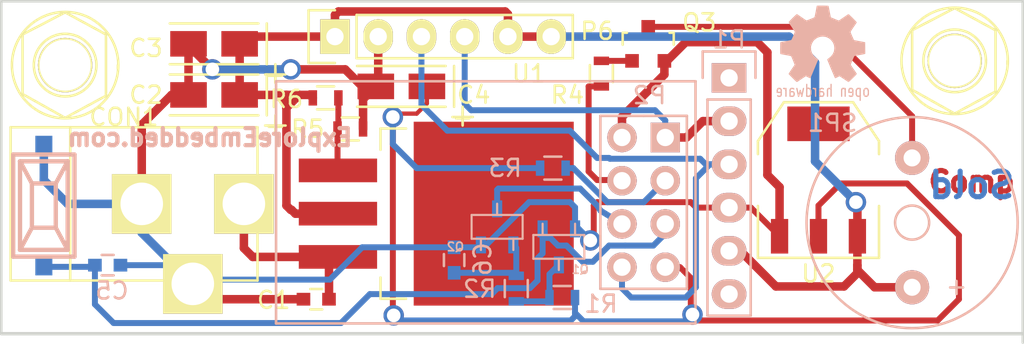
<source format=kicad_pcb>
(kicad_pcb (version 4) (host pcbnew "(2015-01-16 BZR 5376)-product")

  (general
    (links 55)
    (no_connects 6)
    (area 84.891667 74.375 150.989286 101.525)
    (thickness 1.6)
    (drawings 11)
    (tracks 224)
    (zones 0)
    (modules 26)
    (nets 18)
  )

  (page A4)
  (layers
    (0 F.Cu signal)
    (31 B.Cu signal)
    (32 B.Adhes user)
    (33 F.Adhes user)
    (34 B.Paste user)
    (35 F.Paste user)
    (36 B.SilkS user)
    (37 F.SilkS user)
    (38 B.Mask user)
    (39 F.Mask user)
    (40 Dwgs.User user)
    (41 Cmts.User user)
    (42 Eco1.User user)
    (43 Eco2.User user)
    (44 Edge.Cuts user)
    (45 Margin user)
    (46 B.CrtYd user)
    (47 F.CrtYd user)
    (48 B.Fab user)
    (49 F.Fab user)
  )

  (setup
    (last_trace_width 0.35)
    (user_trace_width 0.35)
    (user_trace_width 0.5)
    (trace_clearance 0.2)
    (zone_clearance 0.508)
    (zone_45_only no)
    (trace_min 0.2)
    (segment_width 0.2)
    (edge_width 0.15)
    (via_size 0.8)
    (via_drill 0.4)
    (via_min_size 0.4)
    (via_min_drill 0.3)
    (user_via 1.2 0.8)
    (uvia_size 0.3)
    (uvia_drill 0.1)
    (uvias_allowed no)
    (uvia_min_size 0.2)
    (uvia_min_drill 0.1)
    (pcb_text_width 0.3)
    (pcb_text_size 1.5 1.5)
    (mod_edge_width 0.15)
    (mod_text_size 1 1)
    (mod_text_width 0.15)
    (pad_size 3.50012 3.50012)
    (pad_drill 2.5)
    (pad_to_mask_clearance 0.2)
    (aux_axis_origin 0 0)
    (visible_elements 7FFFF77F)
    (pcbplotparams
      (layerselection 0x000f0_80000001)
      (usegerberextensions false)
      (excludeedgelayer false)
      (linewidth 0.100000)
      (plotframeref false)
      (viasonmask false)
      (mode 1)
      (useauxorigin false)
      (hpglpennumber 1)
      (hpglpenspeed 20)
      (hpglpendiameter 15)
      (hpglpenoverlay 2)
      (psnegative false)
      (psa4output false)
      (plotreference true)
      (plotvalue true)
      (plotinvisibletext false)
      (padsonsilk false)
      (subtractmaskfromsilk false)
      (outputformat 1)
      (mirror false)
      (drillshape 0)
      (scaleselection 1)
      (outputdirectory Gerber/))
  )

  (net 0 "")
  (net 1 "Net-(C1-Pad1)")
  (net 2 GND)
  (net 3 +5V)
  (net 4 +3V3)
  (net 5 /RESET)
  (net 6 "Net-(C6-Pad1)")
  (net 7 /TX)
  (net 8 "Net-(P2-Pad3)")
  (net 9 /BUZ)
  (net 10 /GPIO0)
  (net 11 /RX)
  (net 12 "Net-(Q3-Pad1)")
  (net 13 "Net-(Q3-Pad3)")
  (net 14 "Net-(Q1-PadD)")
  (net 15 "Net-(R5-Pad1)")
  (net 16 "Net-(P1-Pad1)")
  (net 17 "Net-(P1-Pad6)")

  (net_class Default "This is the default net class."
    (clearance 0.2)
    (trace_width 0.35)
    (via_dia 0.8)
    (via_drill 0.4)
    (uvia_dia 0.3)
    (uvia_drill 0.1)
    (add_net +3V3)
    (add_net +5V)
    (add_net /BUZ)
    (add_net /GPIO0)
    (add_net /RESET)
    (add_net /RX)
    (add_net /TX)
    (add_net GND)
    (add_net "Net-(C1-Pad1)")
    (add_net "Net-(C6-Pad1)")
    (add_net "Net-(P1-Pad1)")
    (add_net "Net-(P1-Pad6)")
    (add_net "Net-(P2-Pad3)")
    (add_net "Net-(Q1-PadD)")
    (add_net "Net-(Q3-Pad1)")
    (add_net "Net-(Q3-Pad3)")
    (add_net "Net-(R5-Pad1)")
  )

  (module ESP8266:ESP-01 (layer B.Cu) (tedit 569E34F7) (tstamp 56879080)
    (at 125 85 180)
    (descr "Module, ESP-8266, ESP-01, 8 pin")
    (tags "Module ESP-8266 ESP8266")
    (path /56867F99)
    (fp_text reference P2 (at 0.925 2.475 180) (layer B.SilkS)
      (effects (font (size 1 1) (thickness 0.15)) (justify mirror))
    )
    (fp_text value "ESP8266 - 01" (at 1.75 -15.55 180) (layer B.Fab) hide
      (effects (font (size 1 1) (thickness 0.15)) (justify mirror))
    )
    (fp_line (start -1.778 3.302) (end 22.86 3.302) (layer B.SilkS) (width 0.1524))
    (fp_line (start 22.86 3.302) (end 22.86 -10.922) (layer B.SilkS) (width 0.1524))
    (fp_line (start 22.86 -10.922) (end -1.778 -10.922) (layer B.SilkS) (width 0.1524))
    (fp_line (start -1.778 -10.922) (end -1.778 3.302) (layer B.SilkS) (width 0.1524))
    (fp_line (start 1.27 1.27) (end -1.27 1.27) (layer B.SilkS) (width 0.1524))
    (fp_line (start -1.27 1.27) (end -1.27 -1.27) (layer B.SilkS) (width 0.1524))
    (fp_line (start -1.75 1.75) (end -1.75 -9.4) (layer B.CrtYd) (width 0.05))
    (fp_line (start 4.3 1.75) (end 4.3 -9.4) (layer B.CrtYd) (width 0.05))
    (fp_line (start -1.75 1.75) (end 4.3 1.75) (layer B.CrtYd) (width 0.05))
    (fp_line (start -1.75 -9.4) (end 4.3 -9.4) (layer B.CrtYd) (width 0.05))
    (fp_line (start -1.27 -1.27) (end -1.27 -8.89) (layer B.SilkS) (width 0.1524))
    (fp_line (start -1.27 -8.89) (end 3.81 -8.89) (layer B.SilkS) (width 0.1524))
    (fp_line (start 3.81 -8.89) (end 3.81 1.27) (layer B.SilkS) (width 0.1524))
    (fp_line (start 3.81 1.27) (end 1.27 1.27) (layer B.SilkS) (width 0.1524))
    (pad 1 thru_hole rect (at 0 0 180) (size 1.7272 1.7272) (drill 1.016) (layers *.Cu *.Mask B.SilkS)
      (net 7 /TX))
    (pad 2 thru_hole oval (at 2.54 0 180) (size 1.7272 1.7272) (drill 1.016) (layers *.Cu *.Mask B.SilkS)
      (net 2 GND))
    (pad 3 thru_hole oval (at 0 -2.54 180) (size 1.7272 1.7272) (drill 1.016) (layers *.Cu *.Mask B.SilkS)
      (net 8 "Net-(P2-Pad3)"))
    (pad 4 thru_hole oval (at 2.54 -2.54 180) (size 1.7272 1.7272) (drill 1.016) (layers *.Cu *.Mask B.SilkS)
      (net 9 /BUZ))
    (pad 5 thru_hole oval (at 0 -5.08 180) (size 1.7272 1.7272) (drill 1.016) (layers *.Cu *.Mask B.SilkS)
      (net 5 /RESET))
    (pad 6 thru_hole oval (at 2.54 -5.08 180) (size 1.7272 1.7272) (drill 1.016) (layers *.Cu *.Mask B.SilkS)
      (net 10 /GPIO0))
    (pad 7 thru_hole oval (at 0 -7.62 180) (size 1.7272 1.7272) (drill 1.016) (layers *.Cu *.Mask B.SilkS)
      (net 4 +3V3))
    (pad 8 thru_hole oval (at 2.54 -7.62 180) (size 1.7272 1.7272) (drill 1.016) (layers *.Cu *.Mask B.SilkS)
      (net 11 /RX))
    (model Pin_Array/socket_4x2_female.wrl
      (at (xyz 0.05 -0.1 0))
      (scale (xyz 1 1 1))
      (rotate (xyz 0 0 90))
    )
  )

  (module "SMD Ttorransis:sot23" (layer B.Cu) (tedit 569F21AE) (tstamp 569E34B8)
    (at 118.75 91.425)
    (descr SOT23)
    (path /568852A3)
    (fp_text reference Q1 (at 1.25 1.325) (layer B.SilkS)
      (effects (font (size 0.50038 0.50038) (thickness 0.09906)) (justify mirror))
    )
    (fp_text value BSS138 (at 0 -0.3302) (layer B.SilkS) hide
      (effects (font (size 0.50038 0.50038) (thickness 0.09906)) (justify mirror))
    )
    (fp_line (start 0.9525 -0.6985) (end 0.9525 -1.3589) (layer B.SilkS) (width 0.127))
    (fp_line (start -0.9525 -0.6985) (end -0.9525 -1.3589) (layer B.SilkS) (width 0.127))
    (fp_line (start 0 0.6985) (end 0 1.3589) (layer B.SilkS) (width 0.127))
    (fp_line (start -1.4986 0.6985) (end 1.4986 0.6985) (layer B.SilkS) (width 0.127))
    (fp_line (start 1.4986 0.6985) (end 1.4986 -0.6985) (layer B.SilkS) (width 0.127))
    (fp_line (start 1.4986 -0.6985) (end -1.4986 -0.6985) (layer B.SilkS) (width 0.127))
    (fp_line (start -1.4986 -0.6985) (end -1.4986 0.6985) (layer B.SilkS) (width 0.127))
    (pad G smd rect (at -0.9525 -1.05664) (size 0.59944 1.00076) (layers B.Cu B.Paste B.Mask)
      (net 5 /RESET))
    (pad D smd rect (at 0 1.05664) (size 0.59944 1.00076) (layers B.Cu B.Paste B.Mask)
      (net 14 "Net-(Q1-PadD)"))
    (pad S smd rect (at 0.9525 -1.05664) (size 0.59944 1.00076) (layers B.Cu B.Paste B.Mask)
      (net 2 GND))
    (model TO_SOT_Packages_SMD.3dshapes/SOT-23.wrl
      (at (xyz 0 0 0))
      (scale (xyz 1 1 1))
      (rotate (xyz 0 0 0))
    )
  )

  (module "SMD Ttorransis:sot23" (layer B.Cu) (tedit 569E1710) (tstamp 569E34C8)
    (at 115.125 90.25 180)
    (descr SOT23)
    (path /5688569A)
    (fp_text reference Q2 (at 2.45 -1.175 180) (layer B.SilkS)
      (effects (font (size 0.50038 0.50038) (thickness 0.09906)) (justify mirror))
    )
    (fp_text value BSS138 (at 0 -0.3302 180) (layer B.SilkS) hide
      (effects (font (size 0.50038 0.50038) (thickness 0.09906)) (justify mirror))
    )
    (fp_line (start 0.9525 -0.6985) (end 0.9525 -1.3589) (layer B.SilkS) (width 0.127))
    (fp_line (start -0.9525 -0.6985) (end -0.9525 -1.3589) (layer B.SilkS) (width 0.127))
    (fp_line (start 0 0.6985) (end 0 1.3589) (layer B.SilkS) (width 0.127))
    (fp_line (start -1.4986 0.6985) (end 1.4986 0.6985) (layer B.SilkS) (width 0.127))
    (fp_line (start 1.4986 0.6985) (end 1.4986 -0.6985) (layer B.SilkS) (width 0.127))
    (fp_line (start 1.4986 -0.6985) (end -1.4986 -0.6985) (layer B.SilkS) (width 0.127))
    (fp_line (start -1.4986 -0.6985) (end -1.4986 0.6985) (layer B.SilkS) (width 0.127))
    (pad G smd rect (at -0.9525 -1.05664 180) (size 0.59944 1.00076) (layers B.Cu B.Paste B.Mask)
      (net 6 "Net-(C6-Pad1)"))
    (pad D smd rect (at 0 1.05664 180) (size 0.59944 1.00076) (layers B.Cu B.Paste B.Mask)
      (net 10 /GPIO0))
    (pad S smd rect (at 0.9525 -1.05664 180) (size 0.59944 1.00076) (layers B.Cu B.Paste B.Mask)
      (net 2 GND))
    (model TO_SOT_Packages_SMD.3dshapes/SOT-23.wrl
      (at (xyz 0 0 0))
      (scale (xyz 1 1 1))
      (rotate (xyz 0 0 0))
    )
  )

  (module Capacitors_SMD:C_0603 (layer F.Cu) (tedit 569E12CE) (tstamp 5687904A)
    (at 104.5 94.5 180)
    (descr "Capacitor SMD 0603, reflow soldering, AVX (see smccp.pdf)")
    (tags "capacitor 0603")
    (path /5688B9AF)
    (attr smd)
    (fp_text reference C1 (at 2.5 -0.05 360) (layer F.SilkS)
      (effects (font (size 1 1) (thickness 0.15)))
    )
    (fp_text value 0.1uF (at 0 1.9 180) (layer F.Fab) hide
      (effects (font (size 1 1) (thickness 0.15)))
    )
    (fp_line (start -1.45 -0.75) (end 1.45 -0.75) (layer F.CrtYd) (width 0.05))
    (fp_line (start -1.45 0.75) (end 1.45 0.75) (layer F.CrtYd) (width 0.05))
    (fp_line (start -1.45 -0.75) (end -1.45 0.75) (layer F.CrtYd) (width 0.05))
    (fp_line (start 1.45 -0.75) (end 1.45 0.75) (layer F.CrtYd) (width 0.05))
    (fp_line (start -0.35 -0.6) (end 0.35 -0.6) (layer F.SilkS) (width 0.15))
    (fp_line (start 0.35 0.6) (end -0.35 0.6) (layer F.SilkS) (width 0.15))
    (pad 1 smd rect (at -0.75 0 180) (size 0.8 0.75) (layers F.Cu F.Paste F.Mask)
      (net 1 "Net-(C1-Pad1)"))
    (pad 2 smd rect (at 0.75 0 180) (size 0.8 0.75) (layers F.Cu F.Paste F.Mask)
      (net 2 GND))
    (model Capacitors_SMD.3dshapes/C_0603.wrl
      (at (xyz 0 0 0))
      (scale (xyz 1 1 1))
      (rotate (xyz 0 0 0))
    )
  )

  (module Capacitors_Tantalum_SMD:TantalC_SizeA_EIA-3216_Wave (layer F.Cu) (tedit 569F2170) (tstamp 56879056)
    (at 98.5 79.5 180)
    (descr "Tantal Cap. , Size A, EIA-3216, Wave,")
    (tags "Tantal Cap. , Size A, EIA-3216, Wave,")
    (path /56867A80)
    (attr smd)
    (fp_text reference C3 (at 4 -0.25 360) (layer F.SilkS)
      (effects (font (size 1 1) (thickness 0.15)))
    )
    (fp_text value 4u7 (at -0.09906 3.0988 180) (layer F.Fab) hide
      (effects (font (size 1 1) (thickness 0.15)))
    )
    (fp_text user + (at -3.59918 -1.80086 180) (layer F.SilkS)
      (effects (font (size 1 1) (thickness 0.15)))
    )
    (fp_line (start -2.60096 1.19888) (end 2.60096 1.19888) (layer F.SilkS) (width 0.15))
    (fp_line (start 2.60096 -1.19888) (end -2.60096 -1.19888) (layer F.SilkS) (width 0.15))
    (fp_line (start -3.59918 -2.2987) (end -3.59918 -1.19888) (layer F.SilkS) (width 0.15))
    (fp_line (start -4.19862 -1.79832) (end -2.99974 -1.79832) (layer F.SilkS) (width 0.15))
    (fp_line (start -3.09626 -1.19888) (end -3.09626 1.19888) (layer F.SilkS) (width 0.15))
    (pad 2 smd rect (at 1.50114 0 180) (size 2.14884 1.50114) (layers F.Cu F.Paste F.Mask)
      (net 2 GND))
    (pad 1 smd rect (at -1.50114 0 180) (size 2.14884 1.50114) (layers F.Cu F.Paste F.Mask)
      (net 3 +5V))
    (model Capacitors_Tantalum_SMD.3dshapes/TantalC_SizeA_EIA-3216_Wave.wrl
      (at (xyz 0 0 0))
      (scale (xyz 1 1 1))
      (rotate (xyz 0 0 180))
    )
  )

  (module Capacitors_Tantalum_SMD:TantalC_SizeA_EIA-3216_Wave (layer F.Cu) (tedit 569F2180) (tstamp 5687905C)
    (at 109.5 82 180)
    (descr "Tantal Cap. , Size A, EIA-3216, Wave,")
    (tags "Tantal Cap. , Size A, EIA-3216, Wave,")
    (path /56867A7F)
    (attr smd)
    (fp_text reference C4 (at -4.25 -0.5 180) (layer F.SilkS)
      (effects (font (size 1 1) (thickness 0.15)))
    )
    (fp_text value 10u (at -0.09906 3.0988 180) (layer F.Fab) hide
      (effects (font (size 1 1) (thickness 0.15)))
    )
    (fp_text user + (at -3.59918 -1.80086 180) (layer F.SilkS)
      (effects (font (size 1 1) (thickness 0.15)))
    )
    (fp_line (start -2.60096 1.19888) (end 2.60096 1.19888) (layer F.SilkS) (width 0.15))
    (fp_line (start 2.60096 -1.19888) (end -2.60096 -1.19888) (layer F.SilkS) (width 0.15))
    (fp_line (start -3.59918 -2.2987) (end -3.59918 -1.19888) (layer F.SilkS) (width 0.15))
    (fp_line (start -4.19862 -1.79832) (end -2.99974 -1.79832) (layer F.SilkS) (width 0.15))
    (fp_line (start -3.09626 -1.19888) (end -3.09626 1.19888) (layer F.SilkS) (width 0.15))
    (pad 2 smd rect (at 1.50114 0 180) (size 2.14884 1.50114) (layers F.Cu F.Paste F.Mask)
      (net 2 GND))
    (pad 1 smd rect (at -1.50114 0 180) (size 2.14884 1.50114) (layers F.Cu F.Paste F.Mask)
      (net 4 +3V3))
    (model Capacitors_Tantalum_SMD.3dshapes/TantalC_SizeA_EIA-3216_Wave.wrl
      (at (xyz 0 0 0))
      (scale (xyz 1 1 1))
      (rotate (xyz 0 0 180))
    )
  )

  (module Capacitors_SMD:C_0603 (layer B.Cu) (tedit 569F2B32) (tstamp 56879062)
    (at 92.25 92.5)
    (descr "Capacitor SMD 0603, reflow soldering, AVX (see smccp.pdf)")
    (tags "capacitor 0603")
    (path /56867A92)
    (attr smd)
    (fp_text reference C5 (at 0.25 1.5 180) (layer B.SilkS)
      (effects (font (size 1 1) (thickness 0.15)) (justify mirror))
    )
    (fp_text value 0.1u (at 0 -1.9) (layer B.Fab) hide
      (effects (font (size 1 1) (thickness 0.15)) (justify mirror))
    )
    (fp_line (start -1.45 0.75) (end 1.45 0.75) (layer B.CrtYd) (width 0.05))
    (fp_line (start -1.45 -0.75) (end 1.45 -0.75) (layer B.CrtYd) (width 0.05))
    (fp_line (start -1.45 0.75) (end -1.45 -0.75) (layer B.CrtYd) (width 0.05))
    (fp_line (start 1.45 0.75) (end 1.45 -0.75) (layer B.CrtYd) (width 0.05))
    (fp_line (start -0.35 0.6) (end 0.35 0.6) (layer B.SilkS) (width 0.15))
    (fp_line (start 0.35 -0.6) (end -0.35 -0.6) (layer B.SilkS) (width 0.15))
    (pad 1 smd rect (at -0.75 0) (size 0.8 0.75) (layers B.Cu B.Paste B.Mask)
      (net 5 /RESET))
    (pad 2 smd rect (at 0.75 0) (size 0.8 0.75) (layers B.Cu B.Paste B.Mask)
      (net 2 GND))
    (model Capacitors_SMD.3dshapes/C_0603.wrl
      (at (xyz 0 0 0))
      (scale (xyz 1 1 1))
      (rotate (xyz 0 0 0))
    )
  )

  (module Capacitors_SMD:C_0603 (layer B.Cu) (tedit 569E16FE) (tstamp 56879068)
    (at 112.6 92.2 90)
    (descr "Capacitor SMD 0603, reflow soldering, AVX (see smccp.pdf)")
    (tags "capacitor 0603")
    (path /56867A7C)
    (attr smd)
    (fp_text reference C6 (at 0.05 1.675 90) (layer B.SilkS)
      (effects (font (size 1 1) (thickness 0.15)) (justify mirror))
    )
    (fp_text value 2u2 (at 0 -1.9 90) (layer B.Fab) hide
      (effects (font (size 1 1) (thickness 0.15)) (justify mirror))
    )
    (fp_line (start -1.45 0.75) (end 1.45 0.75) (layer B.CrtYd) (width 0.05))
    (fp_line (start -1.45 -0.75) (end 1.45 -0.75) (layer B.CrtYd) (width 0.05))
    (fp_line (start -1.45 0.75) (end -1.45 -0.75) (layer B.CrtYd) (width 0.05))
    (fp_line (start 1.45 0.75) (end 1.45 -0.75) (layer B.CrtYd) (width 0.05))
    (fp_line (start -0.35 0.6) (end 0.35 0.6) (layer B.SilkS) (width 0.15))
    (fp_line (start 0.35 -0.6) (end -0.35 -0.6) (layer B.SilkS) (width 0.15))
    (pad 1 smd rect (at -0.75 0 90) (size 0.8 0.75) (layers B.Cu B.Paste B.Mask)
      (net 6 "Net-(C6-Pad1)"))
    (pad 2 smd rect (at 0.75 0 90) (size 0.8 0.75) (layers B.Cu B.Paste B.Mask)
      (net 2 GND))
    (model Capacitors_SMD.3dshapes/C_0603.wrl
      (at (xyz 0 0 0))
      (scale (xyz 1 1 1))
      (rotate (xyz 0 0 0))
    )
  )

  (module Connect:BARREL_JACK (layer F.Cu) (tedit 56A0AACE) (tstamp 56A0A37A)
    (at 94.05 88.9)
    (descr "DC Barrel Jack")
    (tags "Power Jack")
    (path /56882C75)
    (fp_text reference CON1 (at -0.85 -5.1 180) (layer F.SilkS)
      (effects (font (size 1 1) (thickness 0.15)))
    )
    (fp_text value 9V/2A (at -4.6 0.4) (layer F.Fab)
      (effects (font (size 1 1) (thickness 0.15)))
    )
    (fp_line (start -4.0005 -4.50088) (end -4.0005 4.50088) (layer F.SilkS) (width 0.15))
    (fp_line (start -7.50062 -4.50088) (end -7.50062 4.50088) (layer F.SilkS) (width 0.15))
    (fp_line (start -7.50062 4.50088) (end 7.00024 4.50088) (layer F.SilkS) (width 0.15))
    (fp_line (start 7.00024 4.50088) (end 7.00024 -4.50088) (layer F.SilkS) (width 0.15))
    (fp_line (start 7.00024 -4.50088) (end -7.50062 -4.50088) (layer F.SilkS) (width 0.15))
    (pad 1 thru_hole rect (at 6.20014 0) (size 3.50012 3.50012) (drill 2.5) (layers *.Cu *.Mask F.SilkS)
      (net 1 "Net-(C1-Pad1)"))
    (pad 2 thru_hole rect (at 0.20066 0) (size 3.50012 3.50012) (drill 2.5) (layers *.Cu *.Mask F.SilkS)
      (net 2 GND))
    (pad 3 thru_hole rect (at 3.2004 4.699) (size 3.50012 3.50012) (drill 2.5) (layers *.Cu *.Mask F.SilkS)
      (net 2 GND))
    (model Walter_Connector_3d/dc_socket.wrl
      (at (xyz 0 0 0))
      (scale (xyz 1 1 1))
      (rotate (xyz 0 0 90))
    )
  )

  (module EE:M3_mounting (layer F.Cu) (tedit 569F2162) (tstamp 56879085)
    (at 142 80.5)
    (path /56867A99)
    (fp_text reference P3 (at 4.225 -0.3) (layer F.SilkS) hide
      (effects (font (size 1 1) (thickness 0.15)))
    )
    (fp_text value CONN_01X01 (at 0.25 4) (layer F.Fab) hide
      (effects (font (size 1 1) (thickness 0.15)))
    )
    (fp_line (start 0 3.1) (end 2.4 1.8) (layer F.SilkS) (width 0.15))
    (fp_line (start -2.5 1.7) (end 0 3.1) (layer F.SilkS) (width 0.15))
    (fp_line (start -2.5 -1.8) (end 0 -3.1) (layer F.SilkS) (width 0.15))
    (fp_line (start -2.5 1.8) (end -2.5 -1.8) (layer F.SilkS) (width 0.15))
    (fp_line (start 2.4 -1.8) (end 0 -3.1) (layer F.SilkS) (width 0.15))
    (fp_line (start 2.4 1.8) (end 2.4 -1.9) (layer F.SilkS) (width 0.15))
    (fp_circle (center 0 0) (end 2 2.4) (layer F.SilkS) (width 0.15))
    (fp_line (start 3.1 0) (end 3.1 0.2) (layer F.SilkS) (width 0.15))
    (fp_circle (center 0 0) (end 1.3 1.3) (layer F.SilkS) (width 0.15))
    (pad "" np_thru_hole circle (at 0 0) (size 3.2 3.2) (drill 3) (layers *.Cu *.Mask F.SilkS))
  )

  (module Pin_Headers:Pin_Header_Straight_1x06 locked (layer F.Cu) (tedit 569F2179) (tstamp 569E350D)
    (at 105.6 79.075 90)
    (descr "Through hole pin header")
    (tags "pin header")
    (path /568770FB)
    (fp_text reference P6 (at 0.325 15.4 180) (layer F.SilkS)
      (effects (font (size 1 1) (thickness 0.15)))
    )
    (fp_text value "2.3\" Display Conn" (at 3 6 180) (layer F.Fab) hide
      (effects (font (size 1 1) (thickness 0.15)))
    )
    (fp_line (start -1.75 -1.75) (end -1.75 14.45) (layer F.CrtYd) (width 0.05))
    (fp_line (start 1.75 -1.75) (end 1.75 14.45) (layer F.CrtYd) (width 0.05))
    (fp_line (start -1.75 -1.75) (end 1.75 -1.75) (layer F.CrtYd) (width 0.05))
    (fp_line (start -1.75 14.45) (end 1.75 14.45) (layer F.CrtYd) (width 0.05))
    (fp_line (start 1.27 1.27) (end 1.27 13.97) (layer F.SilkS) (width 0.15))
    (fp_line (start 1.27 13.97) (end -1.27 13.97) (layer F.SilkS) (width 0.15))
    (fp_line (start -1.27 13.97) (end -1.27 1.27) (layer F.SilkS) (width 0.15))
    (fp_line (start 1.55 -1.55) (end 1.55 0) (layer F.SilkS) (width 0.15))
    (fp_line (start 1.27 1.27) (end -1.27 1.27) (layer F.SilkS) (width 0.15))
    (fp_line (start -1.55 0) (end -1.55 -1.55) (layer F.SilkS) (width 0.15))
    (fp_line (start -1.55 -1.55) (end 1.55 -1.55) (layer F.SilkS) (width 0.15))
    (pad 1 thru_hole rect (at 0 0 90) (size 2.032 1.7272) (drill 1.016) (layers *.Cu *.Mask F.SilkS)
      (net 3 +5V))
    (pad 2 thru_hole oval (at 0 2.54 90) (size 2.032 1.7272) (drill 1.016) (layers *.Cu *.Mask F.SilkS)
      (net 2 GND))
    (pad 3 thru_hole oval (at 0 5.08 90) (size 2.032 1.7272) (drill 1.016) (layers *.Cu *.Mask F.SilkS)
      (net 11 /RX))
    (pad 4 thru_hole oval (at 0 7.62 90) (size 2.032 1.7272) (drill 1.016) (layers *.Cu *.Mask F.SilkS)
      (net 7 /TX))
    (pad 5 thru_hole oval (at 0 10.16 90) (size 2.032 1.7272) (drill 1.016) (layers *.Cu *.Mask F.SilkS)
      (net 3 +5V))
    (pad 6 thru_hole oval (at 0 12.7 90) (size 2.032 1.7272) (drill 1.016) (layers *.Cu *.Mask F.SilkS)
      (net 3 +5V))
    (model Pin_Array/socket_1x6_90_female.wrl
      (at (xyz 0 -0.36 0))
      (scale (xyz 1 1 1))
      (rotate (xyz 0 0 -90))
    )
  )

  (module TO_SOT_Packages_SMD:SOT-23 (layer F.Cu) (tedit 569F2197) (tstamp 569E34A9)
    (at 124 79.5)
    (descr "SOT-23, Standard")
    (tags SOT-23)
    (path /5687D50B)
    (attr smd)
    (fp_text reference Q3 (at 3 -1.25 180) (layer F.SilkS)
      (effects (font (size 1 1) (thickness 0.15)))
    )
    (fp_text value BC847 (at 0 2.3) (layer F.Fab) hide
      (effects (font (size 1 1) (thickness 0.15)))
    )
    (fp_line (start -1.65 -1.6) (end 1.65 -1.6) (layer F.CrtYd) (width 0.05))
    (fp_line (start 1.65 -1.6) (end 1.65 1.6) (layer F.CrtYd) (width 0.05))
    (fp_line (start 1.65 1.6) (end -1.65 1.6) (layer F.CrtYd) (width 0.05))
    (fp_line (start -1.65 1.6) (end -1.65 -1.6) (layer F.CrtYd) (width 0.05))
    (fp_line (start 1.29916 -0.65024) (end 1.2509 -0.65024) (layer F.SilkS) (width 0.15))
    (fp_line (start -1.49982 0.0508) (end -1.49982 -0.65024) (layer F.SilkS) (width 0.15))
    (fp_line (start -1.49982 -0.65024) (end -1.2509 -0.65024) (layer F.SilkS) (width 0.15))
    (fp_line (start 1.29916 -0.65024) (end 1.49982 -0.65024) (layer F.SilkS) (width 0.15))
    (fp_line (start 1.49982 -0.65024) (end 1.49982 0.0508) (layer F.SilkS) (width 0.15))
    (pad 1 smd rect (at -0.95 1.00076) (size 0.8001 0.8001) (layers F.Cu F.Paste F.Mask)
      (net 12 "Net-(Q3-Pad1)"))
    (pad 2 smd rect (at 0.95 1.00076) (size 0.8001 0.8001) (layers F.Cu F.Paste F.Mask)
      (net 2 GND))
    (pad 3 smd rect (at 0 -0.99822) (size 0.8001 0.8001) (layers F.Cu F.Paste F.Mask)
      (net 13 "Net-(Q3-Pad3)"))
    (model TO_SOT_Packages_SMD.3dshapes/SOT-23.wrl
      (at (xyz 0 0 0))
      (scale (xyz 1 1 1))
      (rotate (xyz 0 0 0))
    )
  )

  (module Resistors_SMD:R_0603 (layer B.Cu) (tedit 569E1CD6) (tstamp 568790BF)
    (at 118.95 94.4 180)
    (descr "Resistor SMD 0603, reflow soldering, Vishay (see dcrcw.pdf)")
    (tags "resistor 0603")
    (path /56867A7B)
    (attr smd)
    (fp_text reference R1 (at -2.275 -0.375 180) (layer B.SilkS)
      (effects (font (size 1 1) (thickness 0.15)) (justify mirror))
    )
    (fp_text value 470K (at 0 -1.9 180) (layer B.Fab) hide
      (effects (font (size 1 1) (thickness 0.15)) (justify mirror))
    )
    (fp_line (start -1.3 0.8) (end 1.3 0.8) (layer B.CrtYd) (width 0.05))
    (fp_line (start -1.3 -0.8) (end 1.3 -0.8) (layer B.CrtYd) (width 0.05))
    (fp_line (start -1.3 0.8) (end -1.3 -0.8) (layer B.CrtYd) (width 0.05))
    (fp_line (start 1.3 0.8) (end 1.3 -0.8) (layer B.CrtYd) (width 0.05))
    (fp_line (start 0.5 -0.675) (end -0.5 -0.675) (layer B.SilkS) (width 0.15))
    (fp_line (start -0.5 0.675) (end 0.5 0.675) (layer B.SilkS) (width 0.15))
    (pad 1 smd rect (at -0.75 0 180) (size 0.5 0.9) (layers B.Cu B.Paste B.Mask)
      (net 4 +3V3))
    (pad 2 smd rect (at 0.75 0 180) (size 0.5 0.9) (layers B.Cu B.Paste B.Mask)
      (net 14 "Net-(Q1-PadD)"))
    (model Resistors_SMD.3dshapes/R_0603.wrl
      (at (xyz 0 0 0))
      (scale (xyz 1 1 1))
      (rotate (xyz 0 0 0))
    )
  )

  (module Resistors_SMD:R_0603 (layer B.Cu) (tedit 569E1719) (tstamp 568790C5)
    (at 116.25 93.875 270)
    (descr "Resistor SMD 0603, reflow soldering, Vishay (see dcrcw.pdf)")
    (tags "resistor 0603")
    (path /56867A7D)
    (attr smd)
    (fp_text reference R2 (at 0.025 2.15 540) (layer B.SilkS)
      (effects (font (size 1 1) (thickness 0.15)) (justify mirror))
    )
    (fp_text value 100K (at 0 -1.9 270) (layer B.Fab) hide
      (effects (font (size 1 1) (thickness 0.15)) (justify mirror))
    )
    (fp_line (start -1.3 0.8) (end 1.3 0.8) (layer B.CrtYd) (width 0.05))
    (fp_line (start -1.3 -0.8) (end 1.3 -0.8) (layer B.CrtYd) (width 0.05))
    (fp_line (start -1.3 0.8) (end -1.3 -0.8) (layer B.CrtYd) (width 0.05))
    (fp_line (start 1.3 0.8) (end 1.3 -0.8) (layer B.CrtYd) (width 0.05))
    (fp_line (start 0.5 -0.675) (end -0.5 -0.675) (layer B.SilkS) (width 0.15))
    (fp_line (start -0.5 0.675) (end 0.5 0.675) (layer B.SilkS) (width 0.15))
    (pad 1 smd rect (at -0.75 0 270) (size 0.5 0.9) (layers B.Cu B.Paste B.Mask)
      (net 6 "Net-(C6-Pad1)"))
    (pad 2 smd rect (at 0.75 0 270) (size 0.5 0.9) (layers B.Cu B.Paste B.Mask)
      (net 14 "Net-(Q1-PadD)"))
    (model Resistors_SMD.3dshapes/R_0603.wrl
      (at (xyz 0 0 0))
      (scale (xyz 1 1 1))
      (rotate (xyz 0 0 0))
    )
  )

  (module Resistors_SMD:R_0603 (layer B.Cu) (tedit 569F317C) (tstamp 568790CB)
    (at 118.4 86.8)
    (descr "Resistor SMD 0603, reflow soldering, Vishay (see dcrcw.pdf)")
    (tags "resistor 0603")
    (path /56867A8F)
    (attr smd)
    (fp_text reference R3 (at -2.8 0) (layer B.SilkS)
      (effects (font (size 1 1) (thickness 0.15)) (justify mirror))
    )
    (fp_text value 47K (at 0 -1.9) (layer B.Fab) hide
      (effects (font (size 1 1) (thickness 0.15)) (justify mirror))
    )
    (fp_line (start -1.3 0.8) (end 1.3 0.8) (layer B.CrtYd) (width 0.05))
    (fp_line (start -1.3 -0.8) (end 1.3 -0.8) (layer B.CrtYd) (width 0.05))
    (fp_line (start -1.3 0.8) (end -1.3 -0.8) (layer B.CrtYd) (width 0.05))
    (fp_line (start 1.3 0.8) (end 1.3 -0.8) (layer B.CrtYd) (width 0.05))
    (fp_line (start 0.5 -0.675) (end -0.5 -0.675) (layer B.SilkS) (width 0.15))
    (fp_line (start -0.5 0.675) (end 0.5 0.675) (layer B.SilkS) (width 0.15))
    (pad 1 smd rect (at -0.75 0) (size 0.5 0.9) (layers B.Cu B.Paste B.Mask)
      (net 4 +3V3))
    (pad 2 smd rect (at 0.75 0) (size 0.5 0.9) (layers B.Cu B.Paste B.Mask)
      (net 8 "Net-(P2-Pad3)"))
    (model Resistors_SMD.3dshapes/R_0603.wrl
      (at (xyz 0 0 0))
      (scale (xyz 1 1 1))
      (rotate (xyz 0 0 0))
    )
  )

  (module Resistors_SMD:R_0603 (layer F.Cu) (tedit 569F2C10) (tstamp 568790D1)
    (at 121.25 81.25 270)
    (descr "Resistor SMD 0603, reflow soldering, Vishay (see dcrcw.pdf)")
    (tags "resistor 0603")
    (path /56887D68)
    (attr smd)
    (fp_text reference R4 (at 1.25 2 540) (layer F.SilkS)
      (effects (font (size 1 1) (thickness 0.15)))
    )
    (fp_text value 330E (at 0 1.9 270) (layer F.Fab) hide
      (effects (font (size 1 1) (thickness 0.15)))
    )
    (fp_line (start -1.3 -0.8) (end 1.3 -0.8) (layer F.CrtYd) (width 0.05))
    (fp_line (start -1.3 0.8) (end 1.3 0.8) (layer F.CrtYd) (width 0.05))
    (fp_line (start -1.3 -0.8) (end -1.3 0.8) (layer F.CrtYd) (width 0.05))
    (fp_line (start 1.3 -0.8) (end 1.3 0.8) (layer F.CrtYd) (width 0.05))
    (fp_line (start 0.5 0.675) (end -0.5 0.675) (layer F.SilkS) (width 0.15))
    (fp_line (start -0.5 -0.675) (end 0.5 -0.675) (layer F.SilkS) (width 0.15))
    (pad 1 smd rect (at -0.75 0 270) (size 0.5 0.9) (layers F.Cu F.Paste F.Mask)
      (net 12 "Net-(Q3-Pad1)"))
    (pad 2 smd rect (at 0.75 0 270) (size 0.5 0.9) (layers F.Cu F.Paste F.Mask)
      (net 9 /BUZ))
    (model Resistors_SMD.3dshapes/R_0603.wrl
      (at (xyz 0 0 0))
      (scale (xyz 1 1 1))
      (rotate (xyz 0 0 0))
    )
  )

  (module Buzzers_Beepers:Buzzer_12x9.5RM7.6 (layer B.Cu) (tedit 569E1679) (tstamp 568790D7)
    (at 139.5 90 90)
    (descr "Generic Buzzer, D12mm height 9.5mm with RM7.6mm")
    (tags buzzer)
    (path /56886952)
    (fp_text reference SP1 (at 5.85 -4.675 180) (layer B.SilkS)
      (effects (font (size 1 1) (thickness 0.15)) (justify mirror))
    )
    (fp_text value SPEAKER (at -0.15 -3.4 90) (layer B.Fab) hide
      (effects (font (size 1 1) (thickness 0.15)) (justify mirror))
    )
    (fp_circle (center 0 0) (end 1.00076 0) (layer B.SilkS) (width 0.15))
    (fp_text user + (at -3.81 2.54 90) (layer B.SilkS)
      (effects (font (size 1 1) (thickness 0.15)) (justify mirror))
    )
    (fp_circle (center 0 0) (end 6.20014 0) (layer B.SilkS) (width 0.15))
    (pad 1 thru_hole circle (at -3.79984 0 90) (size 2 2) (drill 1.00076) (layers *.Cu *.Mask B.SilkS)
      (net 3 +5V))
    (pad 2 thru_hole circle (at 3.79984 0 90) (size 2 2) (drill 1.00076) (layers *.Cu *.Mask B.SilkS)
      (net 13 "Net-(Q3-Pad3)"))
    (model Buzzers_Beepers.3dshapes/Buzzer_12x9.5RM7.6.wrl
      (at (xyz 0 0 0))
      (scale (xyz 4 4 4))
      (rotate (xyz 0 0 0))
    )
  )

  (module TO_SOT_Packages_SMD:SOT-223 (layer F.Cu) (tedit 569F21BD) (tstamp 568790ED)
    (at 134 87.5)
    (descr "module CMS SOT223 4 pins")
    (tags "CMS SOT")
    (path /56867A7E)
    (attr smd)
    (fp_text reference U2 (at 0 5.5) (layer F.SilkS)
      (effects (font (size 1 1) (thickness 0.15)))
    )
    (fp_text value 1117-3.3 (at 13 1.5) (layer F.Fab) hide
      (effects (font (size 1 1) (thickness 0.15)))
    )
    (fp_line (start -3.556 1.524) (end -3.556 4.572) (layer F.SilkS) (width 0.15))
    (fp_line (start -3.556 4.572) (end 3.556 4.572) (layer F.SilkS) (width 0.15))
    (fp_line (start 3.556 4.572) (end 3.556 1.524) (layer F.SilkS) (width 0.15))
    (fp_line (start -3.556 -1.524) (end -3.556 -2.286) (layer F.SilkS) (width 0.15))
    (fp_line (start -3.556 -2.286) (end -2.032 -4.572) (layer F.SilkS) (width 0.15))
    (fp_line (start -2.032 -4.572) (end 2.032 -4.572) (layer F.SilkS) (width 0.15))
    (fp_line (start 2.032 -4.572) (end 3.556 -2.286) (layer F.SilkS) (width 0.15))
    (fp_line (start 3.556 -2.286) (end 3.556 -1.524) (layer F.SilkS) (width 0.15))
    (pad 4 smd rect (at 0 -3.302) (size 3.6576 2.032) (layers F.Cu F.Paste F.Mask))
    (pad 2 smd rect (at 0 3.302) (size 1.016 2.032) (layers F.Cu F.Paste F.Mask)
      (net 4 +3V3))
    (pad 3 smd rect (at 2.286 3.302) (size 1.016 2.032) (layers F.Cu F.Paste F.Mask)
      (net 3 +5V))
    (pad 1 smd rect (at -2.286 3.302) (size 1.016 2.032) (layers F.Cu F.Paste F.Mask)
      (net 2 GND))
    (model TO_SOT_Packages_SMD.3dshapes/SOT-223.wrl
      (at (xyz 0 0 0))
      (scale (xyz 0.4 0.4 0.4))
      (rotate (xyz 0 0 0))
    )
  )

  (module sw:smd_push (layer B.Cu) (tedit 56879EB3) (tstamp 569E34F7)
    (at 88.5 89 270)
    (descr "SMD Pushbutton")
    (path /56867A78)
    (autoplace_cost180 10)
    (fp_text reference SW1 (at 6.5 0.5 270) (layer B.SilkS) hide
      (effects (font (size 1.143 1.27) (thickness 0.1524)) (justify mirror))
    )
    (fp_text value SW_PUSH (at 0 -2.79908 270) (layer B.SilkS) hide
      (effects (font (size 1.143 1.27) (thickness 0.1524)) (justify mirror))
    )
    (fp_line (start 1.30048 0.70104) (end 2.60096 1.39954) (layer B.SilkS) (width 0.254))
    (fp_line (start 1.30048 -0.70104) (end 2.60096 -1.39954) (layer B.SilkS) (width 0.254))
    (fp_line (start -1.30048 -0.70104) (end -2.60096 -1.39954) (layer B.SilkS) (width 0.254))
    (fp_line (start -2.60096 1.39954) (end -1.30048 0.70104) (layer B.SilkS) (width 0.254))
    (fp_line (start -2.60096 1.39954) (end 2.60096 1.39954) (layer B.SilkS) (width 0.254))
    (fp_line (start 2.60096 1.39954) (end 2.60096 -1.39954) (layer B.SilkS) (width 0.254))
    (fp_line (start 2.60096 -1.39954) (end -2.60096 -1.39954) (layer B.SilkS) (width 0.254))
    (fp_line (start -2.60096 -1.39954) (end -2.60096 1.39954) (layer B.SilkS) (width 0.254))
    (fp_line (start -1.30048 0.70104) (end 1.30048 0.70104) (layer B.SilkS) (width 0.254))
    (fp_line (start 1.30048 0.70104) (end 1.30048 -0.70104) (layer B.SilkS) (width 0.254))
    (fp_line (start 1.30048 -0.70104) (end -1.30048 -0.70104) (layer B.SilkS) (width 0.254))
    (fp_line (start -1.30048 -0.70104) (end -1.30048 0.70104) (layer B.SilkS) (width 0.254))
    (fp_line (start -2.99974 1.80086) (end 2.99974 1.80086) (layer B.SilkS) (width 0.254))
    (fp_line (start 2.99974 1.80086) (end 2.99974 -1.80086) (layer B.SilkS) (width 0.254))
    (fp_line (start 2.99974 -1.80086) (end -2.99974 -1.80086) (layer B.SilkS) (width 0.254))
    (fp_line (start -2.99974 -1.80086) (end -2.99974 1.80086) (layer B.SilkS) (width 0.254))
    (pad 1 smd rect (at -3.59918 0 270) (size 1.00076 1.00076) (layers B.Cu B.Paste B.Mask)
      (net 2 GND))
    (pad 2 smd rect (at 3.59918 0 270) (size 1.00076 1.00076) (layers B.Cu B.Paste B.Mask)
      (net 5 /RESET))
    (model "Walter switch_3d/smd_push.wrl"
      (at (xyz 0 0 0))
      (scale (xyz 1 1 1))
      (rotate (xyz 0 0 0))
    )
  )

  (module Capacitors_Tantalum_SMD:TantalC_SizeA_EIA-3216_Wave (layer F.Cu) (tedit 569F2174) (tstamp 569DF9F0)
    (at 98.5 82.5 180)
    (descr "Tantal Cap. , Size A, EIA-3216, Wave,")
    (tags "Tantal Cap. , Size A, EIA-3216, Wave,")
    (path /569E0CCC)
    (attr smd)
    (fp_text reference C2 (at 4 0 360) (layer F.SilkS)
      (effects (font (size 1 1) (thickness 0.15)))
    )
    (fp_text value CP1 (at -0.09906 3.0988 180) (layer F.Fab) hide
      (effects (font (size 1 1) (thickness 0.15)))
    )
    (fp_text user + (at -3.59918 -1.80086 180) (layer F.SilkS)
      (effects (font (size 1 1) (thickness 0.15)))
    )
    (fp_line (start -2.60096 1.19888) (end 2.60096 1.19888) (layer F.SilkS) (width 0.15))
    (fp_line (start 2.60096 -1.19888) (end -2.60096 -1.19888) (layer F.SilkS) (width 0.15))
    (fp_line (start -3.59918 -2.2987) (end -3.59918 -1.19888) (layer F.SilkS) (width 0.15))
    (fp_line (start -4.19862 -1.79832) (end -2.99974 -1.79832) (layer F.SilkS) (width 0.15))
    (fp_line (start -3.09626 -1.19888) (end -3.09626 1.19888) (layer F.SilkS) (width 0.15))
    (pad 2 smd rect (at 1.50114 0 180) (size 2.14884 1.50114) (layers F.Cu F.Paste F.Mask)
      (net 2 GND))
    (pad 1 smd rect (at -1.50114 0 180) (size 2.14884 1.50114) (layers F.Cu F.Paste F.Mask)
      (net 3 +5V))
    (model Capacitors_Tantalum_SMD.3dshapes/TantalC_SizeA_EIA-3216_Wave.wrl
      (at (xyz 0 0 0))
      (scale (xyz 1 1 1))
      (rotate (xyz 0 0 180))
    )
  )

  (module Resistors_SMD:R_0603 (layer F.Cu) (tedit 569F218B) (tstamp 569DF9FA)
    (at 106.5 84.5)
    (descr "Resistor SMD 0603, reflow soldering, Vishay (see dcrcw.pdf)")
    (tags "resistor 0603")
    (path /569DFC7D)
    (attr smd)
    (fp_text reference R5 (at -2.5 0) (layer F.SilkS)
      (effects (font (size 1 1) (thickness 0.15)))
    )
    (fp_text value R (at 0 -0.35) (layer F.Fab) hide
      (effects (font (size 1 1) (thickness 0.15)))
    )
    (fp_line (start -1.3 -0.8) (end 1.3 -0.8) (layer F.CrtYd) (width 0.05))
    (fp_line (start -1.3 0.8) (end 1.3 0.8) (layer F.CrtYd) (width 0.05))
    (fp_line (start -1.3 -0.8) (end -1.3 0.8) (layer F.CrtYd) (width 0.05))
    (fp_line (start 1.3 -0.8) (end 1.3 0.8) (layer F.CrtYd) (width 0.05))
    (fp_line (start 0.5 0.675) (end -0.5 0.675) (layer F.SilkS) (width 0.15))
    (fp_line (start -0.5 -0.675) (end 0.5 -0.675) (layer F.SilkS) (width 0.15))
    (pad 1 smd rect (at -0.75 0) (size 0.5 0.9) (layers F.Cu F.Paste F.Mask)
      (net 15 "Net-(R5-Pad1)"))
    (pad 2 smd rect (at 0.75 0) (size 0.5 0.9) (layers F.Cu F.Paste F.Mask)
      (net 2 GND))
    (model Resistors_SMD.3dshapes/R_0603.wrl
      (at (xyz 0 0 0))
      (scale (xyz 1 1 1))
      (rotate (xyz 0 0 0))
    )
  )

  (module Resistors_SMD:R_0603 (layer F.Cu) (tedit 569F2184) (tstamp 569DFA00)
    (at 105.05 82.675)
    (descr "Resistor SMD 0603, reflow soldering, Vishay (see dcrcw.pdf)")
    (tags "resistor 0603")
    (path /569DFA52)
    (attr smd)
    (fp_text reference R6 (at -2.3 0.075) (layer F.SilkS)
      (effects (font (size 1 1) (thickness 0.15)))
    )
    (fp_text value R (at 0 1.9) (layer F.Fab) hide
      (effects (font (size 1 1) (thickness 0.15)))
    )
    (fp_line (start -1.3 -0.8) (end 1.3 -0.8) (layer F.CrtYd) (width 0.05))
    (fp_line (start -1.3 0.8) (end 1.3 0.8) (layer F.CrtYd) (width 0.05))
    (fp_line (start -1.3 -0.8) (end -1.3 0.8) (layer F.CrtYd) (width 0.05))
    (fp_line (start 1.3 -0.8) (end 1.3 0.8) (layer F.CrtYd) (width 0.05))
    (fp_line (start 0.5 0.675) (end -0.5 0.675) (layer F.SilkS) (width 0.15))
    (fp_line (start -0.5 -0.675) (end 0.5 -0.675) (layer F.SilkS) (width 0.15))
    (pad 1 smd rect (at -0.75 0) (size 0.5 0.9) (layers F.Cu F.Paste F.Mask)
      (net 3 +5V))
    (pad 2 smd rect (at 0.75 0) (size 0.5 0.9) (layers F.Cu F.Paste F.Mask)
      (net 15 "Net-(R5-Pad1)"))
    (model Resistors_SMD.3dshapes/R_0603.wrl
      (at (xyz 0 0 0))
      (scale (xyz 1 1 1))
      (rotate (xyz 0 0 0))
    )
  )

  (module TO_SOT_Packages_SMD:TO-263-3Lead (layer F.Cu) (tedit 569F2C14) (tstamp 569DFA01)
    (at 105.775 89.475)
    (descr "D2PAK / TO-263 3-lead smd package")
    (tags "D2PAK D2PAK-3 TO-263AB TO-263")
    (path /569DF6D7)
    (attr smd)
    (fp_text reference U1 (at 11.225 -8.225 180) (layer F.SilkS)
      (effects (font (size 1 1) (thickness 0.15)))
    )
    (fp_text value LM317S (at 0.675 -10.225 270) (layer F.Fab) hide
      (effects (font (size 1 1) (thickness 0.15)))
    )
    (fp_line (start 14.1 5.65) (end -2.55 5.65) (layer F.CrtYd) (width 0.05))
    (fp_line (start 14.1 -5.65) (end 14.1 5.65) (layer F.CrtYd) (width 0.05))
    (fp_line (start 14.1 -5.65) (end -2.55 -5.65) (layer F.CrtYd) (width 0.05))
    (fp_line (start -2.55 -5.65) (end -2.55 5.65) (layer F.CrtYd) (width 0.05))
    (fp_line (start 2.5 5) (end 2.5 3.75) (layer F.SilkS) (width 0.15))
    (fp_line (start 2.5 5) (end 4 5) (layer F.SilkS) (width 0.15))
    (fp_line (start 2.5 -5) (end 4 -5) (layer F.SilkS) (width 0.15))
    (fp_line (start 2.5 -5) (end 2.5 -3.75) (layer F.SilkS) (width 0.15))
    (pad 2 smd rect (at 0 0) (size 4.6 1.39) (layers F.Cu F.Paste F.Mask)
      (net 3 +5V))
    (pad 4 smd rect (at 9.15 0) (size 9.4 10.8) (layers F.Cu F.Paste F.Mask))
    (pad 3 smd rect (at 0 2.54) (size 4.6 1.39) (layers F.Cu F.Paste F.Mask)
      (net 1 "Net-(C1-Pad1)"))
    (pad 1 smd rect (at 0 -2.54) (size 4.6 1.39) (layers F.Cu F.Paste F.Mask)
      (net 15 "Net-(R5-Pad1)"))
    (model TO_SOT_Packages_SMD.3dshapes/TO-263-3Lead.wrl
      (at (xyz 0 0 0))
      (scale (xyz 1 1 1))
      (rotate (xyz 0 0 90))
    )
  )

  (module Logo:Logo_silk_OSHW_6x6mm (layer B.Cu) (tedit 569F1C2C) (tstamp 56A0948C)
    (at 134.25 79.5 180)
    (descr "Open Hardware Logo, 6x6mm")
    (fp_text reference G*** (at 0 0 180) (layer B.SilkS) hide
      (effects (font (size 0.22606 0.22606) (thickness 0.04318)) (justify mirror))
    )
    (fp_text value LOGO (at 0 -0.3 180) (layer B.SilkS) hide
      (effects (font (size 0.22606 0.22606) (thickness 0.04318)) (justify mirror))
    )
    (fp_line (start 2.16 -2.62) (end 2.16 -3.08) (layer B.SilkS) (width 0.075))
    (fp_line (start 2.25 -2.62) (end 2.3 -2.62) (layer B.SilkS) (width 0.075))
    (fp_line (start 2.2 -2.65) (end 2.25 -2.62) (layer B.SilkS) (width 0.075))
    (fp_line (start 2.18 -2.67) (end 2.2 -2.65) (layer B.SilkS) (width 0.075))
    (fp_line (start 2.16 -2.74) (end 2.18 -2.67) (layer B.SilkS) (width 0.075))
    (fp_line (start 2.6 -3.08) (end 2.65 -3.05) (layer B.SilkS) (width 0.075))
    (fp_line (start 2.5 -3.08) (end 2.6 -3.08) (layer B.SilkS) (width 0.075))
    (fp_line (start 2.46 -3.05) (end 2.5 -3.08) (layer B.SilkS) (width 0.075))
    (fp_line (start 2.44 -2.98) (end 2.46 -3.05) (layer B.SilkS) (width 0.075))
    (fp_line (start 2.44 -2.71) (end 2.44 -2.98) (layer B.SilkS) (width 0.075))
    (fp_line (start 2.47 -2.65) (end 2.44 -2.71) (layer B.SilkS) (width 0.075))
    (fp_line (start 2.51 -2.62) (end 2.47 -2.65) (layer B.SilkS) (width 0.075))
    (fp_line (start 2.61 -2.62) (end 2.51 -2.62) (layer B.SilkS) (width 0.075))
    (fp_line (start 2.65 -2.66) (end 2.61 -2.62) (layer B.SilkS) (width 0.075))
    (fp_line (start 2.67 -2.73) (end 2.65 -2.66) (layer B.SilkS) (width 0.075))
    (fp_line (start 2.67 -2.85) (end 2.67 -2.73) (layer B.SilkS) (width 0.075))
    (fp_line (start 2.67 -2.85) (end 2.44 -2.85) (layer B.SilkS) (width 0.075))
    (fp_line (start 1.92 -2.71) (end 1.92 -3.08) (layer B.SilkS) (width 0.075))
    (fp_line (start 1.89 -2.65) (end 1.92 -2.71) (layer B.SilkS) (width 0.075))
    (fp_line (start 1.85 -2.62) (end 1.89 -2.65) (layer B.SilkS) (width 0.075))
    (fp_line (start 1.75 -2.62) (end 1.85 -2.62) (layer B.SilkS) (width 0.075))
    (fp_line (start 1.7 -2.65) (end 1.75 -2.62) (layer B.SilkS) (width 0.075))
    (fp_line (start 1.76 -2.81) (end 1.71 -2.84) (layer B.SilkS) (width 0.075))
    (fp_line (start 1.88 -2.81) (end 1.76 -2.81) (layer B.SilkS) (width 0.075))
    (fp_line (start 1.92 -2.78) (end 1.88 -2.81) (layer B.SilkS) (width 0.075))
    (fp_line (start 1.87 -3.08) (end 1.92 -3.04) (layer B.SilkS) (width 0.075))
    (fp_line (start 1.75 -3.08) (end 1.87 -3.08) (layer B.SilkS) (width 0.075))
    (fp_line (start 1.7 -3.04) (end 1.75 -3.08) (layer B.SilkS) (width 0.075))
    (fp_line (start 1.68 -2.98) (end 1.7 -3.04) (layer B.SilkS) (width 0.075))
    (fp_line (start 1.68 -2.91) (end 1.68 -2.98) (layer B.SilkS) (width 0.075))
    (fp_line (start 1.71 -2.84) (end 1.68 -2.91) (layer B.SilkS) (width 0.075))
    (fp_line (start 1.13 -2.62) (end 1.23 -3.08) (layer B.SilkS) (width 0.075))
    (fp_line (start 1.23 -3.08) (end 1.32 -2.74) (layer B.SilkS) (width 0.075))
    (fp_line (start 1.32 -2.74) (end 1.42 -3.08) (layer B.SilkS) (width 0.075))
    (fp_line (start 1.42 -3.08) (end 1.52 -2.62) (layer B.SilkS) (width 0.075))
    (fp_line (start 0.94 -3.05) (end 0.9 -3.08) (layer B.SilkS) (width 0.075))
    (fp_line (start 0.9 -3.08) (end 0.79 -3.08) (layer B.SilkS) (width 0.075))
    (fp_line (start 0.79 -3.08) (end 0.75 -3.05) (layer B.SilkS) (width 0.075))
    (fp_line (start 0.75 -3.05) (end 0.73 -3.02) (layer B.SilkS) (width 0.075))
    (fp_line (start 0.73 -3.02) (end 0.7 -2.95) (layer B.SilkS) (width 0.075))
    (fp_line (start 0.7 -2.95) (end 0.7 -2.75) (layer B.SilkS) (width 0.075))
    (fp_line (start 0.7 -2.75) (end 0.73 -2.68) (layer B.SilkS) (width 0.075))
    (fp_line (start 0.73 -2.68) (end 0.75 -2.65) (layer B.SilkS) (width 0.075))
    (fp_line (start 0.75 -2.65) (end 0.81 -2.61) (layer B.SilkS) (width 0.075))
    (fp_line (start 0.81 -2.61) (end 0.88 -2.61) (layer B.SilkS) (width 0.075))
    (fp_line (start 0.88 -2.61) (end 0.94 -2.65) (layer B.SilkS) (width 0.075))
    (fp_line (start 0.94 -2.38) (end 0.94 -3.08) (layer B.SilkS) (width 0.075))
    (fp_line (start 0.42 -2.74) (end 0.44 -2.67) (layer B.SilkS) (width 0.075))
    (fp_line (start 0.44 -2.67) (end 0.46 -2.65) (layer B.SilkS) (width 0.075))
    (fp_line (start 0.46 -2.65) (end 0.51 -2.62) (layer B.SilkS) (width 0.075))
    (fp_line (start 0.51 -2.62) (end 0.56 -2.62) (layer B.SilkS) (width 0.075))
    (fp_line (start 0.42 -2.62) (end 0.42 -3.08) (layer B.SilkS) (width 0.075))
    (fp_line (start -0.03 -2.84) (end -0.06 -2.91) (layer B.SilkS) (width 0.075))
    (fp_line (start -0.06 -2.91) (end -0.06 -2.98) (layer B.SilkS) (width 0.075))
    (fp_line (start -0.06 -2.98) (end -0.04 -3.04) (layer B.SilkS) (width 0.075))
    (fp_line (start -0.04 -3.04) (end 0.01 -3.08) (layer B.SilkS) (width 0.075))
    (fp_line (start 0.01 -3.08) (end 0.13 -3.08) (layer B.SilkS) (width 0.075))
    (fp_line (start 0.13 -3.08) (end 0.18 -3.04) (layer B.SilkS) (width 0.075))
    (fp_line (start 0.18 -2.78) (end 0.14 -2.81) (layer B.SilkS) (width 0.075))
    (fp_line (start 0.14 -2.81) (end 0.02 -2.81) (layer B.SilkS) (width 0.075))
    (fp_line (start 0.02 -2.81) (end -0.03 -2.84) (layer B.SilkS) (width 0.075))
    (fp_line (start -0.04 -2.65) (end 0.01 -2.62) (layer B.SilkS) (width 0.075))
    (fp_line (start 0.01 -2.62) (end 0.11 -2.62) (layer B.SilkS) (width 0.075))
    (fp_line (start 0.11 -2.62) (end 0.15 -2.65) (layer B.SilkS) (width 0.075))
    (fp_line (start 0.15 -2.65) (end 0.18 -2.71) (layer B.SilkS) (width 0.075))
    (fp_line (start 0.18 -2.71) (end 0.18 -3.08) (layer B.SilkS) (width 0.075))
    (fp_line (start -0.49 -2.69) (end -0.47 -2.65) (layer B.SilkS) (width 0.075))
    (fp_line (start -0.47 -2.65) (end -0.42 -2.62) (layer B.SilkS) (width 0.075))
    (fp_line (start -0.42 -2.62) (end -0.34 -2.62) (layer B.SilkS) (width 0.075))
    (fp_line (start -0.34 -2.62) (end -0.3 -2.65) (layer B.SilkS) (width 0.075))
    (fp_line (start -0.3 -2.65) (end -0.28 -2.71) (layer B.SilkS) (width 0.075))
    (fp_line (start -0.28 -2.71) (end -0.28 -3.08) (layer B.SilkS) (width 0.075))
    (fp_line (start -0.49 -2.38) (end -0.49 -3.08) (layer B.SilkS) (width 0.075))
    (fp_line (start -1.54 -2.85) (end -1.77 -2.85) (layer B.SilkS) (width 0.075))
    (fp_line (start -1.32 -2.68) (end -1.3 -2.65) (layer B.SilkS) (width 0.075))
    (fp_line (start -1.3 -2.65) (end -1.26 -2.62) (layer B.SilkS) (width 0.075))
    (fp_line (start -1.26 -2.62) (end -1.17 -2.62) (layer B.SilkS) (width 0.075))
    (fp_line (start -1.17 -2.62) (end -1.13 -2.65) (layer B.SilkS) (width 0.075))
    (fp_line (start -1.13 -2.65) (end -1.11 -2.71) (layer B.SilkS) (width 0.075))
    (fp_line (start -1.11 -2.71) (end -1.11 -3.08) (layer B.SilkS) (width 0.075))
    (fp_line (start -1.32 -2.62) (end -1.32 -3.08) (layer B.SilkS) (width 0.075))
    (fp_line (start -1.54 -2.85) (end -1.54 -2.73) (layer B.SilkS) (width 0.075))
    (fp_line (start -1.54 -2.73) (end -1.56 -2.66) (layer B.SilkS) (width 0.075))
    (fp_line (start -1.56 -2.66) (end -1.6 -2.62) (layer B.SilkS) (width 0.075))
    (fp_line (start -1.6 -2.62) (end -1.7 -2.62) (layer B.SilkS) (width 0.075))
    (fp_line (start -1.7 -2.62) (end -1.74 -2.65) (layer B.SilkS) (width 0.075))
    (fp_line (start -1.74 -2.65) (end -1.77 -2.71) (layer B.SilkS) (width 0.075))
    (fp_line (start -1.77 -2.71) (end -1.77 -2.98) (layer B.SilkS) (width 0.075))
    (fp_line (start -1.77 -2.98) (end -1.75 -3.05) (layer B.SilkS) (width 0.075))
    (fp_line (start -1.75 -3.05) (end -1.71 -3.08) (layer B.SilkS) (width 0.075))
    (fp_line (start -1.71 -3.08) (end -1.61 -3.08) (layer B.SilkS) (width 0.075))
    (fp_line (start -1.61 -3.08) (end -1.56 -3.05) (layer B.SilkS) (width 0.075))
    (fp_line (start -2.2 -2.65) (end -2.16 -2.62) (layer B.SilkS) (width 0.075))
    (fp_line (start -2.16 -2.62) (end -2.06 -2.62) (layer B.SilkS) (width 0.075))
    (fp_line (start -2.06 -2.62) (end -2.02 -2.65) (layer B.SilkS) (width 0.075))
    (fp_line (start -2.02 -2.65) (end -1.99 -2.68) (layer B.SilkS) (width 0.075))
    (fp_line (start -1.99 -2.68) (end -1.97 -2.74) (layer B.SilkS) (width 0.075))
    (fp_line (start -1.97 -2.74) (end -1.97 -2.96) (layer B.SilkS) (width 0.075))
    (fp_line (start -1.97 -2.96) (end -1.99 -3.02) (layer B.SilkS) (width 0.075))
    (fp_line (start -1.99 -3.02) (end -2.01 -3.05) (layer B.SilkS) (width 0.075))
    (fp_line (start -2.01 -3.05) (end -2.05 -3.08) (layer B.SilkS) (width 0.075))
    (fp_line (start -2.05 -3.08) (end -2.15 -3.08) (layer B.SilkS) (width 0.075))
    (fp_line (start -2.15 -3.08) (end -2.2 -3.05) (layer B.SilkS) (width 0.075))
    (fp_line (start -2.2 -3.32) (end -2.2 -2.62) (layer B.SilkS) (width 0.075))
    (fp_line (start -2.51 -2.62) (end -2.59 -2.62) (layer B.SilkS) (width 0.075))
    (fp_line (start -2.59 -2.62) (end -2.63 -2.65) (layer B.SilkS) (width 0.075))
    (fp_line (start -2.63 -2.65) (end -2.65 -2.68) (layer B.SilkS) (width 0.075))
    (fp_line (start -2.65 -2.68) (end -2.68 -2.75) (layer B.SilkS) (width 0.075))
    (fp_line (start -2.59 -3.08) (end -2.51 -3.08) (layer B.SilkS) (width 0.075))
    (fp_line (start -2.51 -3.08) (end -2.46 -3.05) (layer B.SilkS) (width 0.075))
    (fp_line (start -2.46 -3.05) (end -2.44 -3.02) (layer B.SilkS) (width 0.075))
    (fp_line (start -2.44 -3.02) (end -2.42 -2.95) (layer B.SilkS) (width 0.075))
    (fp_line (start -2.42 -2.95) (end -2.42 -2.75) (layer B.SilkS) (width 0.075))
    (fp_line (start -2.42 -2.75) (end -2.44 -2.69) (layer B.SilkS) (width 0.075))
    (fp_line (start -2.44 -2.69) (end -2.46 -2.66) (layer B.SilkS) (width 0.075))
    (fp_line (start -2.46 -2.66) (end -2.51 -2.62) (layer B.SilkS) (width 0.075))
    (fp_line (start -2.68 -2.75) (end -2.68 -2.95) (layer B.SilkS) (width 0.075))
    (fp_line (start -2.68 -2.95) (end -2.66 -3.01) (layer B.SilkS) (width 0.075))
    (fp_line (start -2.66 -3.01) (end -2.64 -3.04) (layer B.SilkS) (width 0.075))
    (fp_line (start -2.64 -3.04) (end -2.59 -3.08) (layer B.SilkS) (width 0.075))
    (fp_poly (pts (xy -1.51384 -2.24536) (xy -1.48844 -2.23012) (xy -1.43002 -2.19456) (xy -1.3462 -2.13868)
      (xy -1.24714 -2.07264) (xy -1.14808 -2.0066) (xy -1.0668 -1.95326) (xy -1.01092 -1.91516)
      (xy -0.98552 -1.90246) (xy -0.97282 -1.90754) (xy -0.9271 -1.9304) (xy -0.85852 -1.96596)
      (xy -0.81788 -1.98628) (xy -0.75692 -2.01168) (xy -0.7239 -2.0193) (xy -0.71882 -2.00914)
      (xy -0.69596 -1.96088) (xy -0.6604 -1.8796) (xy -0.61468 -1.77038) (xy -0.5588 -1.64338)
      (xy -0.50292 -1.50876) (xy -0.4445 -1.36906) (xy -0.38862 -1.23444) (xy -0.34036 -1.11506)
      (xy -0.29972 -1.01854) (xy -0.27432 -0.94996) (xy -0.26416 -0.92202) (xy -0.2667 -0.9144)
      (xy -0.29972 -0.88392) (xy -0.35306 -0.84328) (xy -0.47244 -0.74676) (xy -0.58928 -0.60198)
      (xy -0.6604 -0.43688) (xy -0.68326 -0.25146) (xy -0.66294 -0.08128) (xy -0.5969 0.08128)
      (xy -0.4826 0.2286) (xy -0.3429 0.33782) (xy -0.18034 0.4064) (xy 0 0.42926)
      (xy 0.17272 0.40894) (xy 0.34036 0.3429) (xy 0.48768 0.23114) (xy 0.55118 0.16002)
      (xy 0.63754 0.01016) (xy 0.6858 -0.14732) (xy 0.69088 -0.18796) (xy 0.68326 -0.36322)
      (xy 0.63246 -0.5334) (xy 0.53848 -0.68326) (xy 0.40894 -0.80772) (xy 0.3937 -0.81788)
      (xy 0.33528 -0.8636) (xy 0.29464 -0.89408) (xy 0.26416 -0.91948) (xy 0.48768 -1.45796)
      (xy 0.52324 -1.54178) (xy 0.5842 -1.6891) (xy 0.63754 -1.8161) (xy 0.68072 -1.9177)
      (xy 0.7112 -1.98374) (xy 0.7239 -2.01168) (xy 0.7239 -2.01422) (xy 0.74422 -2.01676)
      (xy 0.78486 -2.00152) (xy 0.86106 -1.96596) (xy 0.90932 -1.94056) (xy 0.96774 -1.91262)
      (xy 0.99314 -1.90246) (xy 1.016 -1.91516) (xy 1.06934 -1.95072) (xy 1.15062 -2.00406)
      (xy 1.24714 -2.06756) (xy 1.33858 -2.13106) (xy 1.4224 -2.18694) (xy 1.48336 -2.22504)
      (xy 1.51384 -2.24282) (xy 1.51892 -2.24282) (xy 1.54432 -2.22758) (xy 1.59258 -2.18694)
      (xy 1.66624 -2.11836) (xy 1.77038 -2.01422) (xy 1.78562 -1.99898) (xy 1.87198 -1.91262)
      (xy 1.94056 -1.83896) (xy 1.98628 -1.78816) (xy 2.00406 -1.7653) (xy 2.00406 -1.7653)
      (xy 1.98882 -1.73482) (xy 1.95072 -1.67386) (xy 1.89484 -1.5875) (xy 1.82626 -1.48844)
      (xy 1.64846 -1.22936) (xy 1.74498 -0.98552) (xy 1.77546 -0.90932) (xy 1.81356 -0.82042)
      (xy 1.8415 -0.75438) (xy 1.85674 -0.72644) (xy 1.88214 -0.71628) (xy 1.95072 -0.70104)
      (xy 2.04724 -0.68072) (xy 2.16154 -0.6604) (xy 2.2733 -0.64008) (xy 2.37236 -0.61976)
      (xy 2.44348 -0.60706) (xy 2.4765 -0.59944) (xy 2.48412 -0.59436) (xy 2.49174 -0.57912)
      (xy 2.49428 -0.5461) (xy 2.49682 -0.48514) (xy 2.49936 -0.39116) (xy 2.49936 -0.25146)
      (xy 2.49936 -0.23622) (xy 2.49682 -0.10668) (xy 2.49428 0) (xy 2.49174 0.06604)
      (xy 2.48666 0.09398) (xy 2.48666 0.09398) (xy 2.45618 0.1016) (xy 2.38506 0.11684)
      (xy 2.286 0.13462) (xy 2.16662 0.15748) (xy 2.159 0.16002) (xy 2.04216 0.18288)
      (xy 1.9431 0.2032) (xy 1.87198 0.21844) (xy 1.84404 0.2286) (xy 1.83642 0.23622)
      (xy 1.81356 0.28194) (xy 1.78054 0.3556) (xy 1.7399 0.4445) (xy 1.7018 0.53848)
      (xy 1.66878 0.6223) (xy 1.64592 0.68326) (xy 1.6383 0.7112) (xy 1.64084 0.71374)
      (xy 1.65862 0.74168) (xy 1.69926 0.80264) (xy 1.75514 0.88646) (xy 1.82372 0.98806)
      (xy 1.8288 0.99568) (xy 1.89738 1.09474) (xy 1.95326 1.1811) (xy 1.98882 1.23952)
      (xy 2.00406 1.26746) (xy 2.00406 1.27) (xy 1.9812 1.30048) (xy 1.9304 1.35636)
      (xy 1.85674 1.43256) (xy 1.77038 1.52146) (xy 1.74244 1.54686) (xy 1.64338 1.64338)
      (xy 1.57734 1.70434) (xy 1.53416 1.73736) (xy 1.51384 1.74498) (xy 1.51384 1.74498)
      (xy 1.48336 1.7272) (xy 1.41986 1.68656) (xy 1.33604 1.62814) (xy 1.23444 1.55956)
      (xy 1.22682 1.55448) (xy 1.12776 1.4859) (xy 1.04394 1.43002) (xy 0.98552 1.38938)
      (xy 0.95758 1.37414) (xy 0.95504 1.37414) (xy 0.9144 1.38684) (xy 0.84328 1.41224)
      (xy 0.75438 1.44526) (xy 0.66294 1.48336) (xy 0.57912 1.51892) (xy 0.51562 1.54686)
      (xy 0.48514 1.56464) (xy 0.48514 1.56464) (xy 0.47498 1.6002) (xy 0.4572 1.6764)
      (xy 0.43688 1.778) (xy 0.41148 1.89992) (xy 0.40894 1.92024) (xy 0.38608 2.03962)
      (xy 0.3683 2.13868) (xy 0.35306 2.20726) (xy 0.34544 2.2352) (xy 0.3302 2.23774)
      (xy 0.27178 2.24282) (xy 0.18288 2.24536) (xy 0.07366 2.24536) (xy -0.0381 2.24536)
      (xy -0.14732 2.24282) (xy -0.2413 2.24028) (xy -0.30988 2.2352) (xy -0.33782 2.23012)
      (xy -0.33782 2.22758) (xy -0.34798 2.18948) (xy -0.36576 2.11582) (xy -0.38608 2.01168)
      (xy -0.40894 1.88976) (xy -0.41402 1.8669) (xy -0.43688 1.75006) (xy -0.4572 1.651)
      (xy -0.4699 1.58496) (xy -0.47752 1.55702) (xy -0.49022 1.55194) (xy -0.53848 1.53162)
      (xy -0.61722 1.4986) (xy -0.71628 1.45796) (xy -0.94488 1.36652) (xy -1.22682 1.55702)
      (xy -1.25222 1.5748) (xy -1.35382 1.64338) (xy -1.4351 1.69926) (xy -1.49352 1.73736)
      (xy -1.51638 1.75006) (xy -1.51892 1.75006) (xy -1.54686 1.72466) (xy -1.60274 1.67132)
      (xy -1.67894 1.59766) (xy -1.76784 1.5113) (xy -1.83134 1.44526) (xy -1.91008 1.36652)
      (xy -1.95834 1.31318) (xy -1.98628 1.28016) (xy -1.9939 1.25984) (xy -1.99136 1.2446)
      (xy -1.97358 1.21666) (xy -1.93294 1.1557) (xy -1.87452 1.06934) (xy -1.80594 0.97028)
      (xy -1.75006 0.88646) (xy -1.6891 0.79248) (xy -1.651 0.72644) (xy -1.63576 0.69342)
      (xy -1.64084 0.68072) (xy -1.65862 0.62484) (xy -1.69418 0.54102) (xy -1.73482 0.44196)
      (xy -1.83388 0.22098) (xy -1.97866 0.19304) (xy -2.06756 0.17526) (xy -2.18948 0.1524)
      (xy -2.30886 0.12954) (xy -2.49174 0.09398) (xy -2.49936 -0.58166) (xy -2.47142 -0.59436)
      (xy -2.44348 -0.60198) (xy -2.3749 -0.61722) (xy -2.27838 -0.63754) (xy -2.16154 -0.65786)
      (xy -2.06502 -0.67564) (xy -1.96596 -0.69596) (xy -1.89484 -0.70866) (xy -1.86436 -0.71628)
      (xy -1.8542 -0.72644) (xy -1.83134 -0.7747) (xy -1.79578 -0.8509) (xy -1.75514 -0.94234)
      (xy -1.71704 -1.03632) (xy -1.68148 -1.12522) (xy -1.65862 -1.19126) (xy -1.64846 -1.22428)
      (xy -1.66116 -1.25222) (xy -1.69926 -1.31064) (xy -1.7526 -1.39192) (xy -1.82118 -1.49098)
      (xy -1.88722 -1.5875) (xy -1.94564 -1.67132) (xy -1.98374 -1.73228) (xy -2.00152 -1.76022)
      (xy -1.99136 -1.778) (xy -1.95326 -1.82626) (xy -1.8796 -1.90246) (xy -1.76784 -2.01168)
      (xy -1.75006 -2.02946) (xy -1.6637 -2.11328) (xy -1.59004 -2.18186) (xy -1.5367 -2.22758)
      (xy -1.51384 -2.24536)) (layer B.SilkS) (width 0.00254))
  )

  (module Pin_Headers:Pin_Header_Straight_1x06 (layer B.Cu) (tedit 569F29E1) (tstamp 56A89A03)
    (at 128.75 81.5 180)
    (descr "Through hole pin header")
    (tags "pin header")
    (path /569F2626)
    (fp_text reference P1 (at 0 2.25 180) (layer B.SilkS)
      (effects (font (size 1 1) (thickness 0.15)) (justify mirror))
    )
    (fp_text value "HC-05 Bluetooth" (at -0.25 6 180) (layer B.Fab) hide
      (effects (font (size 1 1) (thickness 0.15)) (justify mirror))
    )
    (fp_line (start -1.75 1.75) (end -1.75 -14.45) (layer B.CrtYd) (width 0.05))
    (fp_line (start 1.75 1.75) (end 1.75 -14.45) (layer B.CrtYd) (width 0.05))
    (fp_line (start -1.75 1.75) (end 1.75 1.75) (layer B.CrtYd) (width 0.05))
    (fp_line (start -1.75 -14.45) (end 1.75 -14.45) (layer B.CrtYd) (width 0.05))
    (fp_line (start 1.27 -1.27) (end 1.27 -13.97) (layer B.SilkS) (width 0.15))
    (fp_line (start 1.27 -13.97) (end -1.27 -13.97) (layer B.SilkS) (width 0.15))
    (fp_line (start -1.27 -13.97) (end -1.27 -1.27) (layer B.SilkS) (width 0.15))
    (fp_line (start 1.55 1.55) (end 1.55 0) (layer B.SilkS) (width 0.15))
    (fp_line (start 1.27 -1.27) (end -1.27 -1.27) (layer B.SilkS) (width 0.15))
    (fp_line (start -1.55 0) (end -1.55 1.55) (layer B.SilkS) (width 0.15))
    (fp_line (start -1.55 1.55) (end 1.55 1.55) (layer B.SilkS) (width 0.15))
    (pad 1 thru_hole rect (at 0 0 180) (size 2.032 1.7272) (drill 1.016) (layers *.Cu *.Mask B.SilkS)
      (net 16 "Net-(P1-Pad1)"))
    (pad 2 thru_hole oval (at 0 -2.54 180) (size 2.032 1.7272) (drill 1.016) (layers *.Cu *.Mask B.SilkS)
      (net 7 /TX))
    (pad 3 thru_hole oval (at 0 -5.08 180) (size 2.032 1.7272) (drill 1.016) (layers *.Cu *.Mask B.SilkS)
      (net 11 /RX))
    (pad 4 thru_hole oval (at 0 -7.62 180) (size 2.032 1.7272) (drill 1.016) (layers *.Cu *.Mask B.SilkS)
      (net 2 GND))
    (pad 5 thru_hole oval (at 0 -10.16 180) (size 2.032 1.7272) (drill 1.016) (layers *.Cu *.Mask B.SilkS)
      (net 3 +5V))
    (pad 6 thru_hole oval (at 0 -12.7 180) (size 2.032 1.7272) (drill 1.016) (layers *.Cu *.Mask B.SilkS)
      (net 17 "Net-(P1-Pad6)"))
  )

  (module EE:M3_mounting (layer F.Cu) (tedit 569F29F1) (tstamp 56A89A24)
    (at 89.75 80.75)
    (path /56867A9A)
    (fp_text reference P4 (at 0.2 -3.9) (layer F.SilkS) hide
      (effects (font (size 1 1) (thickness 0.15)))
    )
    (fp_text value CONN_01X01 (at 0.25 4) (layer F.Fab) hide
      (effects (font (size 1 1) (thickness 0.15)))
    )
    (fp_line (start 0 3.1) (end 2.4 1.8) (layer F.SilkS) (width 0.15))
    (fp_line (start -2.5 1.7) (end 0 3.1) (layer F.SilkS) (width 0.15))
    (fp_line (start -2.5 -1.8) (end 0 -3.1) (layer F.SilkS) (width 0.15))
    (fp_line (start -2.5 1.8) (end -2.5 -1.8) (layer F.SilkS) (width 0.15))
    (fp_line (start 2.4 -1.8) (end 0 -3.1) (layer F.SilkS) (width 0.15))
    (fp_line (start 2.4 1.8) (end 2.4 -1.9) (layer F.SilkS) (width 0.15))
    (fp_circle (center 0 0) (end 2 2.4) (layer F.SilkS) (width 0.15))
    (fp_line (start 3.1 0) (end 3.1 0.2) (layer F.SilkS) (width 0.15))
    (fp_circle (center 0 0) (end 1.3 1.3) (layer F.SilkS) (width 0.15))
    (pad "" np_thru_hole circle (at 0 0) (size 3.2 3.2) (drill 3) (layers *.Cu *.Mask F.SilkS))
  )

  (gr_line (start 146 77) (end 146 96.5) (angle 90) (layer Edge.Cuts) (width 0.15) (tstamp 56A0C09A))
  (gr_line (start 146 97.05) (end 146 96.55) (angle 90) (layer Edge.Cuts) (width 0.15) (tstamp 56A0BB38))
  (gr_line (start 146 96.55) (end 86 96.55) (angle 90) (layer Edge.Cuts) (width 0.15) (tstamp 56A0BB37))
  (gr_text Sold (at 143 87.8) (layer B.Cu)
    (effects (font (size 1.5 1.5) (thickness 0.3)) (justify mirror))
  )
  (gr_text Comp (at 143 87.6) (layer F.Cu)
    (effects (font (size 1.2 1.2) (thickness 0.3)))
  )
  (gr_line (start 146 96.5) (end 146 77.5) (angle 90) (layer Edge.Cuts) (width 0.15))
  (gr_line (start 86 96.5) (end 146 96.5) (angle 90) (layer Edge.Cuts) (width 0.15))
  (gr_line (start 86 77) (end 86 96.5) (angle 90) (layer Edge.Cuts) (width 0.15))
  (gr_line (start 146 77) (end 86 77) (angle 90) (layer Edge.Cuts) (width 0.15))
  (gr_line (start 146 77.5) (end 146 77) (angle 90) (layer Edge.Cuts) (width 0.15))
  (gr_text ExploreEmbedded.com (at 98.25 85) (layer B.SilkS)
    (effects (font (size 1 1) (thickness 0.25)) (justify mirror))
  )

  (segment (start 105.25 94.5) (end 105.25 92.54) (width 0.5) (layer F.Cu) (net 1))
  (segment (start 105.25 92.54) (end 105.775 92.015) (width 0.5) (layer F.Cu) (net 1) (tstamp 56A89B18))
  (segment (start 105.775 92.015) (end 100.765 92.015) (width 0.5) (layer F.Cu) (net 1))
  (segment (start 100.25014 91.50014) (end 100.25014 88.9) (width 0.5) (layer F.Cu) (net 1) (tstamp 56A89B15))
  (segment (start 100.765 92.015) (end 100.25014 91.50014) (width 0.5) (layer F.Cu) (net 1) (tstamp 56A89B14))
  (segment (start 93 92.5) (end 96.1514 92.5) (width 0.35) (layer B.Cu) (net 2))
  (segment (start 128.75 89.12) (end 130.032 89.12) (width 0.35) (layer F.Cu) (net 2))
  (segment (start 130.032 89.12) (end 131.714 90.802) (width 0.35) (layer F.Cu) (net 2) (tstamp 56A89D54))
  (segment (start 112.6 91.45) (end 114.02914 91.45) (width 0.35) (layer B.Cu) (net 2))
  (segment (start 114.02914 91.45) (end 114.1725 91.30664) (width 0.25) (layer B.Cu) (net 2) (tstamp 56A89D34))
  (segment (start 103.8 94.55) (end 103.75 94.5) (width 0.5) (layer F.Cu) (net 2) (tstamp 56A89D0C))
  (segment (start 131.714 90.802) (end 131.714 87.914) (width 0.5) (layer F.Cu) (net 2))
  (segment (start 131.714 87.914) (end 131 87.2) (width 0.5) (layer F.Cu) (net 2) (tstamp 56A89CEE))
  (segment (start 131 87.2) (end 131 80) (width 0.5) (layer F.Cu) (net 2) (tstamp 56A89CEF))
  (segment (start 131 80) (end 130.4 79.4) (width 0.5) (layer F.Cu) (net 2) (tstamp 56A89CF0))
  (segment (start 130.4 79.4) (end 126.2 79.4) (width 0.5) (layer F.Cu) (net 2) (tstamp 56A89CF1))
  (segment (start 126.2 79.4) (end 125.09924 80.50076) (width 0.5) (layer F.Cu) (net 2) (tstamp 56A89CF2))
  (segment (start 125.09924 80.50076) (end 124.95 80.50076) (width 0.5) (layer F.Cu) (net 2) (tstamp 56A89CF3))
  (segment (start 114.49336 91.30664) (end 114.1725 91.30664) (width 0.25) (layer B.Cu) (net 2) (tstamp 56A89C44))
  (segment (start 114.02914 91.45) (end 114.1725 91.30664) (width 0.25) (layer B.Cu) (net 2) (tstamp 56A89C2B))
  (segment (start 114.3 91.17914) (end 114.1725 91.30664) (width 0.25) (layer B.Cu) (net 2) (tstamp 56A89BE5))
  (segment (start 103.75 94.5) (end 98.1514 94.5) (width 0.5) (layer F.Cu) (net 2))
  (segment (start 98.1514 94.5) (end 97.2504 93.599) (width 0.5) (layer F.Cu) (net 2) (tstamp 56A89BBF))
  (segment (start 122.46 85) (end 122.46 83.79) (width 0.5) (layer F.Cu) (net 2))
  (segment (start 124.95 81.3) (end 124.95 80.50076) (width 0.5) (layer F.Cu) (net 2) (tstamp 56A89BB7))
  (segment (start 122.46 83.79) (end 124.95 81.3) (width 0.5) (layer F.Cu) (net 2) (tstamp 56A89BB6))
  (segment (start 117 88.8) (end 114.49336 91.30664) (width 0.35) (layer B.Cu) (net 2) (tstamp 56A89C42))
  (segment (start 119.4 88.8) (end 117 88.8) (width 0.35) (layer B.Cu) (net 2) (tstamp 56A89C41))
  (segment (start 119.7025 89.1025) (end 119.4 88.8) (width 0.35) (layer B.Cu) (net 2) (tstamp 56A89C40))
  (segment (start 119.7025 90.36836) (end 119.7025 89.1025) (width 0.35) (layer B.Cu) (net 2))
  (segment (start 107.99886 82) (end 107.2 82) (width 0.5) (layer F.Cu) (net 2))
  (segment (start 107.2 82) (end 106.2 81) (width 0.5) (layer F.Cu) (net 2) (tstamp 56A89CDA))
  (segment (start 98.4 81) (end 96.99886 79.59886) (width 0.5) (layer F.Cu) (net 2) (tstamp 56A89CE1))
  (via (at 98.4 81) (size 1.2) (drill 0.8) (layers F.Cu B.Cu) (net 2))
  (segment (start 103 81) (end 98.4 81) (width 0.5) (layer B.Cu) (net 2) (tstamp 56A89CDE))
  (via (at 103 81) (size 1.2) (drill 0.8) (layers F.Cu B.Cu) (net 2))
  (segment (start 106.2 81) (end 103 81) (width 0.5) (layer F.Cu) (net 2) (tstamp 56A89CDB))
  (segment (start 96.99886 79.59886) (end 96.99886 79.5) (width 0.5) (layer F.Cu) (net 2) (tstamp 56A89CE2))
  (segment (start 94.25066 88.9) (end 94.25066 90.59926) (width 0.5) (layer B.Cu) (net 2))
  (segment (start 94.25066 90.59926) (end 97.2504 93.599) (width 0.5) (layer B.Cu) (net 2) (tstamp 56A89B54))
  (segment (start 96.1514 92.5) (end 97.2504 93.599) (width 0.5) (layer B.Cu) (net 2) (tstamp 56A89B51))
  (segment (start 94.25066 88.9) (end 89.9 88.9) (width 0.5) (layer B.Cu) (net 2))
  (segment (start 88.5 87.5) (end 88.5 85.40082) (width 0.5) (layer B.Cu) (net 2) (tstamp 56A89B31))
  (segment (start 89.9 88.9) (end 88.5 87.5) (width 0.5) (layer B.Cu) (net 2) (tstamp 56A89B30))
  (segment (start 108.14 79.075) (end 108.14 81.85886) (width 0.5) (layer F.Cu) (net 2))
  (segment (start 108.14 81.85886) (end 107.99886 82) (width 0.5) (layer F.Cu) (net 2) (tstamp 56A89B2D))
  (segment (start 96.99886 82.5) (end 96 82.5) (width 0.5) (layer F.Cu) (net 2))
  (segment (start 96 82.5) (end 94.25066 84.24934) (width 0.5) (layer F.Cu) (net 2) (tstamp 56A89B28))
  (segment (start 94.25066 84.24934) (end 94.25066 88.9) (width 0.5) (layer F.Cu) (net 2) (tstamp 56A89B29))
  (segment (start 96.99886 82.5) (end 96.99886 79.5) (width 0.5) (layer F.Cu) (net 2))
  (segment (start 107.25 84.5) (end 107.25 82.74886) (width 0.5) (layer F.Cu) (net 2))
  (segment (start 107.25 82.74886) (end 107.99886 82) (width 0.5) (layer F.Cu) (net 2) (tstamp 56A89B23))
  (via (at 120.6 91.05) (size 1.2) (drill 0.8) (layers F.Cu B.Cu) (net 2))
  (segment (start 120.6 91.05) (end 120.8 90.85) (width 0.35) (layer F.Cu) (net 2) (tstamp 56A0A603))
  (segment (start 120.8 90.85) (end 120.8 89) (width 0.35) (layer F.Cu) (net 2) (tstamp 56A0A604))
  (segment (start 128.75 89.12) (end 126.82 89.12) (width 0.35) (layer F.Cu) (net 2))
  (segment (start 121 88.8) (end 120.8 89) (width 0.35) (layer F.Cu) (net 2) (tstamp 56A09B4A))
  (segment (start 126.5 88.8) (end 121 88.8) (width 0.35) (layer F.Cu) (net 2) (tstamp 56A09B48))
  (segment (start 126.82 89.12) (end 126.5 88.8) (width 0.35) (layer F.Cu) (net 2) (tstamp 56A09B44))
  (segment (start 119.91836 90.36836) (end 120.6 91.05) (width 0.35) (layer B.Cu) (net 2) (tstamp 56A0A5FB))
  (segment (start 119.7025 90.36836) (end 119.91836 90.36836) (width 0.35) (layer B.Cu) (net 2))
  (segment (start 97.4994 93.35) (end 97.2504 93.599) (width 0.35) (layer B.Cu) (net 2) (tstamp 56A0B86D))
  (segment (start 107.2 91.45) (end 105.3 93.35) (width 0.35) (layer B.Cu) (net 2) (tstamp 56A0B86A))
  (segment (start 105.3 93.35) (end 97.4994 93.35) (width 0.35) (layer B.Cu) (net 2) (tstamp 56A0B86B))
  (segment (start 112.6 91.45) (end 107.2 91.45) (width 0.35) (layer B.Cu) (net 2))
  (segment (start 105.6 79.075) (end 105.6 77.8) (width 0.5) (layer F.Cu) (net 3))
  (segment (start 115.76 77.76) (end 115.76 79.075) (width 0.5) (layer F.Cu) (net 3) (tstamp 56A89CC1))
  (segment (start 115.6 77.6) (end 115.76 77.76) (width 0.5) (layer F.Cu) (net 3) (tstamp 56A89CC0))
  (segment (start 105.8 77.6) (end 115.6 77.6) (width 0.5) (layer F.Cu) (net 3) (tstamp 56A89CBF))
  (segment (start 105.6 77.8) (end 105.8 77.6) (width 0.5) (layer F.Cu) (net 3) (tstamp 56A89CBE))
  (segment (start 115.76 79.075) (end 118.3 79.075) (width 0.5) (layer F.Cu) (net 3))
  (segment (start 102.25 82.5) (end 102.75 83) (width 0.5) (layer F.Cu) (net 3))
  (segment (start 102.75 83) (end 102.75 83.25) (width 0.5) (layer F.Cu) (net 3) (tstamp 56A89B11))
  (segment (start 102.75 83.25) (end 102.75 82.5) (width 0.5) (layer F.Cu) (net 3))
  (segment (start 105.775 89.475) (end 103.275 89.475) (width 0.5) (layer F.Cu) (net 3))
  (segment (start 102.75 83.25) (end 103.5 82.5) (width 0.5) (layer F.Cu) (net 3) (tstamp 56A89B05))
  (segment (start 100.00114 82.5) (end 102.25 82.5) (width 0.5) (layer F.Cu) (net 3))
  (segment (start 102.25 82.5) (end 102.75 82.5) (width 0.5) (layer F.Cu) (net 3) (tstamp 56A89B0F))
  (segment (start 102.75 82.5) (end 103.5 82.5) (width 0.5) (layer F.Cu) (net 3) (tstamp 56A89B0C))
  (segment (start 103.5 82.5) (end 104.125 82.5) (width 0.5) (layer F.Cu) (net 3) (tstamp 56A89B08))
  (segment (start 104.125 82.5) (end 104.3 82.675) (width 0.5) (layer F.Cu) (net 3) (tstamp 56A89AFD))
  (segment (start 100.00114 79.5) (end 100.00114 82.5) (width 0.5) (layer F.Cu) (net 3))
  (segment (start 105.6 79.075) (end 100.42614 79.075) (width 0.5) (layer F.Cu) (net 3))
  (segment (start 100.42614 79.075) (end 100.00114 79.5) (width 0.5) (layer F.Cu) (net 3) (tstamp 56A89AF8))
  (segment (start 118.3 79.075) (end 132.275 79.075) (width 0.5) (layer B.Cu) (net 3))
  (segment (start 132.275 79.075) (end 133.8 80.6) (width 0.5) (layer B.Cu) (net 3) (tstamp 56A89CB1))
  (segment (start 133.8 80.6) (end 133.8 86.4) (width 0.5) (layer B.Cu) (net 3) (tstamp 56A89CB3))
  (segment (start 133.8 86.4) (end 136.2 88.8) (width 0.5) (layer B.Cu) (net 3) (tstamp 56A89CB4))
  (via (at 136.2 88.8) (size 1.2) (drill 0.8) (layers F.Cu B.Cu) (net 3))
  (segment (start 136.2 88.8) (end 136.286 88.886) (width 0.5) (layer F.Cu) (net 3) (tstamp 56A89CB8))
  (segment (start 136.286 88.886) (end 136.286 90.802) (width 0.5) (layer F.Cu) (net 3) (tstamp 56A89CB9))
  (segment (start 136.286 92.5) (end 136.286 92.964) (width 0.5) (layer F.Cu) (net 3))
  (segment (start 131.5 93.75) (end 129.41 91.66) (width 0.5) (layer F.Cu) (net 3) (tstamp 56A89B6F))
  (segment (start 135.5 93.75) (end 131.5 93.75) (width 0.5) (layer F.Cu) (net 3) (tstamp 56A89B6E))
  (segment (start 136.286 92.964) (end 135.5 93.75) (width 0.5) (layer F.Cu) (net 3) (tstamp 56A89B6D))
  (segment (start 129.41 91.66) (end 128.75 91.66) (width 0.5) (layer F.Cu) (net 3) (tstamp 56A89B70))
  (segment (start 139.5 93.79984) (end 137.29984 93.79984) (width 0.5) (layer F.Cu) (net 3))
  (segment (start 136.286 92.786) (end 136.286 92.5) (width 0.5) (layer F.Cu) (net 3) (tstamp 56A89B63))
  (segment (start 136.286 92.5) (end 136.286 90.802) (width 0.5) (layer F.Cu) (net 3) (tstamp 56A89B6B))
  (segment (start 137.29984 93.79984) (end 136.286 92.786) (width 0.5) (layer F.Cu) (net 3) (tstamp 56A89B62))
  (segment (start 103.275 89.475) (end 103.05 89.25) (width 0.5) (layer F.Cu) (net 3) (tstamp 56A89B01))
  (segment (start 103.05 89.25) (end 103 89.25) (width 0.5) (layer F.Cu) (net 3) (tstamp 56A89B02))
  (segment (start 103 89.25) (end 102.75 89) (width 0.5) (layer F.Cu) (net 3) (tstamp 56A89B03))
  (segment (start 102.75 89) (end 102.75 83.25) (width 0.5) (layer F.Cu) (net 3) (tstamp 56A89B04))
  (segment (start 119.7 94.4) (end 119.7 95.3) (width 0.35) (layer B.Cu) (net 4))
  (segment (start 120.2 95.8) (end 126.2 95.8) (width 0.35) (layer B.Cu) (net 4) (tstamp 56A89C98))
  (segment (start 126.2 95.8) (end 126.6 95.4) (width 0.35) (layer B.Cu) (net 4) (tstamp 56A89C99))
  (via (at 126.6 95.4) (size 1.2) (drill 0.8) (layers F.Cu B.Cu) (net 4))
  (segment (start 119.7 95.3) (end 120.2 95.8) (width 0.35) (layer B.Cu) (net 4) (tstamp 56A89C97))
  (segment (start 126.6 95.4) (end 126.625 95.375) (width 0.25) (layer F.Cu) (net 4) (tstamp 56A89C9C))
  (segment (start 126.625 95.375) (end 126.6 95.4) (width 0.25) (layer F.Cu) (net 4) (tstamp 56A89C9D))
  (segment (start 126.6 95.4) (end 126.6 95.35) (width 0.25) (layer F.Cu) (net 4) (tstamp 56A89C9F))
  (segment (start 117.65 86.8) (end 110.4 86.8) (width 0.35) (layer B.Cu) (net 4))
  (segment (start 111.00114 82.99886) (end 111.00114 82) (width 0.25) (layer F.Cu) (net 4) (tstamp 56A89C93))
  (segment (start 110.4 83.6) (end 111.00114 82.99886) (width 0.25) (layer F.Cu) (net 4) (tstamp 56A89C92))
  (segment (start 109.2 83.6) (end 110.4 83.6) (width 0.25) (layer F.Cu) (net 4) (tstamp 56A89C91))
  (segment (start 109 83.8) (end 109.2 83.6) (width 0.25) (layer F.Cu) (net 4) (tstamp 56A89C90))
  (via (at 109 83.8) (size 1.2) (drill 0.8) (layers F.Cu B.Cu) (net 4))
  (segment (start 109 85.4) (end 109 83.8) (width 0.35) (layer B.Cu) (net 4) (tstamp 56A89C8C))
  (segment (start 110.4 86.8) (end 109 85.4) (width 0.35) (layer B.Cu) (net 4) (tstamp 56A89C8A))
  (segment (start 125 92.62) (end 125.87 92.62) (width 0.35) (layer F.Cu) (net 4))
  (segment (start 134 89) (end 134 90.802) (width 0.35) (layer F.Cu) (net 4) (tstamp 56A89BD4))
  (segment (start 135.3 87.7) (end 134 89) (width 0.35) (layer F.Cu) (net 4) (tstamp 56A89BD2))
  (segment (start 139.2 87.7) (end 135.3 87.7) (width 0.35) (layer F.Cu) (net 4) (tstamp 56A89BD0))
  (segment (start 142.25 90.75) (end 139.2 87.7) (width 0.35) (layer F.Cu) (net 4) (tstamp 56A89BCE))
  (segment (start 142.25 94.5) (end 142.25 90.75) (width 0.35) (layer F.Cu) (net 4) (tstamp 56A89BCC))
  (segment (start 141 95.75) (end 142.25 94.5) (width 0.35) (layer F.Cu) (net 4) (tstamp 56A89BCA))
  (segment (start 127 95.75) (end 141 95.75) (width 0.35) (layer F.Cu) (net 4) (tstamp 56A89BC9))
  (segment (start 126.5 95.25) (end 126.6 95.35) (width 0.25) (layer F.Cu) (net 4) (tstamp 56A89BC8))
  (segment (start 126.6 95.35) (end 127 95.75) (width 0.35) (layer F.Cu) (net 4) (tstamp 56A89CA0))
  (segment (start 126.5 93.25) (end 126.5 95.25) (width 0.35) (layer F.Cu) (net 4) (tstamp 56A89BC7))
  (segment (start 125.87 92.62) (end 126.5 93.25) (width 0.35) (layer F.Cu) (net 4) (tstamp 56A89BC6))
  (segment (start 109 95.4) (end 109.05 95.45) (width 0.35) (layer F.Cu) (net 4) (tstamp 56A0B84F))
  (via (at 109.05 95.45) (size 1.2) (drill 0.8) (layers F.Cu B.Cu) (net 4))
  (segment (start 109.05 95.45) (end 109.35 95.75) (width 0.35) (layer B.Cu) (net 4) (tstamp 56A0B852))
  (segment (start 109.35 95.75) (end 119.45 95.75) (width 0.35) (layer B.Cu) (net 4) (tstamp 56A0B853))
  (segment (start 119.45 95.75) (end 119.7 95.5) (width 0.35) (layer B.Cu) (net 4) (tstamp 56A0B854))
  (segment (start 119.7 95.5) (end 119.7 95.3) (width 0.35) (layer B.Cu) (net 4) (tstamp 56A0B855))
  (segment (start 109 83.8) (end 109 95.4) (width 0.35) (layer F.Cu) (net 4))
  (segment (start 88.5 92.59918) (end 91.40082 92.59918) (width 0.35) (layer B.Cu) (net 5))
  (segment (start 91.40082 92.59918) (end 91.5 92.5) (width 0.25) (layer B.Cu) (net 5) (tstamp 56A89D3C))
  (segment (start 91.40082 92.59918) (end 91.5 92.5) (width 0.25) (layer B.Cu) (net 5) (tstamp 56A89D37))
  (segment (start 91.40082 92.59918) (end 91.5 92.5) (width 0.25) (layer B.Cu) (net 5) (tstamp 56A89D2F))
  (segment (start 88.59918 92.5) (end 88.5 92.59918) (width 0.5) (layer B.Cu) (net 5) (tstamp 56A89B4E))
  (segment (start 125 90.08) (end 125 90.65) (width 0.35) (layer B.Cu) (net 5))
  (segment (start 121.7 91.35) (end 120.75 92.3) (width 0.35) (layer B.Cu) (net 5) (tstamp 56A0A5EE))
  (segment (start 124.3 91.35) (end 122.65 91.35) (width 0.35) (layer B.Cu) (net 5) (tstamp 56A0A15F))
  (segment (start 125 90.65) (end 124.3 91.35) (width 0.35) (layer B.Cu) (net 5) (tstamp 56A0A15B))
  (segment (start 117.7975 90.36836) (end 117.7975 90.9) (width 0.35) (layer B.Cu) (net 5))
  (segment (start 120.15 92.3) (end 119.2 91.35) (width 0.35) (layer B.Cu) (net 5) (tstamp 56A0A5F0))
  (segment (start 120.75 92.3) (end 120.15 92.3) (width 0.35) (layer B.Cu) (net 5) (tstamp 56A0A5EF))
  (segment (start 119.2 91.35) (end 118.7 91.35) (width 0.35) (layer B.Cu) (net 5) (tstamp 56A0A5F3))
  (segment (start 118.7 91.35) (end 118.25 90.9) (width 0.35) (layer B.Cu) (net 5) (tstamp 56A0A164))
  (segment (start 118.25 90.9) (end 117.7975 90.9) (width 0.35) (layer B.Cu) (net 5) (tstamp 56A0A167))
  (segment (start 122.65 91.35) (end 121.7 91.35) (width 0.35) (layer B.Cu) (net 5))
  (segment (start 91.5 94.8) (end 92.6 95.9) (width 0.35) (layer B.Cu) (net 5) (tstamp 56A0B87A))
  (segment (start 92.6 95.9) (end 105.95 95.9) (width 0.35) (layer B.Cu) (net 5) (tstamp 56A0B87B))
  (segment (start 105.95 95.9) (end 107.65 94.2) (width 0.35) (layer B.Cu) (net 5) (tstamp 56A0B87C))
  (segment (start 107.65 94.2) (end 114.8 94.2) (width 0.35) (layer B.Cu) (net 5) (tstamp 56A0B87E))
  (segment (start 114.8 94.2) (end 115.15 93.85) (width 0.35) (layer B.Cu) (net 5) (tstamp 56A0B880))
  (segment (start 115.15 93.85) (end 117.05 93.85) (width 0.35) (layer B.Cu) (net 5) (tstamp 56A0B881))
  (segment (start 117.05 93.85) (end 117.5 93.4) (width 0.35) (layer B.Cu) (net 5) (tstamp 56A0B882))
  (segment (start 117.5 93.4) (end 117.5 92.1) (width 0.35) (layer B.Cu) (net 5) (tstamp 56A0B883))
  (segment (start 117.5 92.1) (end 117.7975 91.8025) (width 0.35) (layer B.Cu) (net 5) (tstamp 56A0B884))
  (segment (start 117.7975 91.8025) (end 117.7975 90.36836) (width 0.35) (layer B.Cu) (net 5) (tstamp 56A0B885))
  (segment (start 91.5 92.5) (end 91.5 94.8) (width 0.35) (layer B.Cu) (net 5))
  (segment (start 112.6 92.95) (end 116.075 92.95) (width 0.35) (layer B.Cu) (net 6))
  (segment (start 116.075 92.95) (end 116.25 93.125) (width 0.25) (layer B.Cu) (net 6) (tstamp 56A89C2E))
  (segment (start 116.25 93.125) (end 116.25 91.47914) (width 0.35) (layer B.Cu) (net 6))
  (segment (start 116.25 91.47914) (end 116.0775 91.30664) (width 0.25) (layer B.Cu) (net 6) (tstamp 56A89BDF))
  (segment (start 113.22 79.075) (end 113.22 83.02) (width 0.35) (layer B.Cu) (net 7))
  (segment (start 125 84) (end 125 85) (width 0.35) (layer B.Cu) (net 7) (tstamp 56A89C19))
  (segment (start 124.4 83.4) (end 125 84) (width 0.35) (layer B.Cu) (net 7) (tstamp 56A89C18))
  (segment (start 113.6 83.4) (end 124.4 83.4) (width 0.35) (layer B.Cu) (net 7) (tstamp 56A89C17))
  (segment (start 113.22 83.02) (end 113.6 83.4) (width 0.35) (layer B.Cu) (net 7) (tstamp 56A89C16))
  (segment (start 125 85) (end 126.25 85) (width 0.5) (layer F.Cu) (net 7))
  (segment (start 127.21 84.04) (end 128.75 84.04) (width 0.5) (layer F.Cu) (net 7) (tstamp 56A89BBB))
  (segment (start 126.25 85) (end 127.21 84.04) (width 0.5) (layer F.Cu) (net 7) (tstamp 56A89BBA))
  (segment (start 119.15 86.8) (end 119.6 86.8) (width 0.35) (layer B.Cu) (net 8))
  (segment (start 123.74 88.8) (end 125 87.54) (width 0.35) (layer B.Cu) (net 8) (tstamp 56A89D2B))
  (segment (start 121.6 88.8) (end 123.74 88.8) (width 0.35) (layer B.Cu) (net 8) (tstamp 56A89D29))
  (segment (start 119.6 86.8) (end 121.6 88.8) (width 0.35) (layer B.Cu) (net 8) (tstamp 56A89D28))
  (segment (start 121.25 82) (end 120.5 82) (width 0.35) (layer F.Cu) (net 9))
  (segment (start 121 87.5) (end 122.42 87.5) (width 0.35) (layer F.Cu) (net 9) (tstamp 56A89BA6))
  (segment (start 120.5 87) (end 121 87.5) (width 0.35) (layer F.Cu) (net 9) (tstamp 56A89BA5))
  (segment (start 120.5 82) (end 120.5 87) (width 0.35) (layer F.Cu) (net 9) (tstamp 56A89BA4))
  (segment (start 122.42 87.5) (end 122.46 87.54) (width 0.25) (layer F.Cu) (net 9) (tstamp 56A89BA7))
  (segment (start 115.125 89.19336) (end 115.125 88.075) (width 0.35) (layer B.Cu) (net 10))
  (segment (start 122.5 90.1) (end 122.46 90.08) (width 0.25) (layer B.Cu) (net 10) (tstamp 56A89C3D))
  (segment (start 121.2 89.3) (end 122.5 90.1) (width 0.35) (layer B.Cu) (net 10) (tstamp 56A89C3C))
  (segment (start 121 89) (end 121.2 89.3) (width 0.35) (layer B.Cu) (net 10) (tstamp 56A89C3B))
  (segment (start 120 88) (end 121 89) (width 0.35) (layer B.Cu) (net 10) (tstamp 56A89C3A))
  (segment (start 115.2 88) (end 120 88) (width 0.35) (layer B.Cu) (net 10) (tstamp 56A89C39))
  (segment (start 115.125 88.075) (end 115.2 88) (width 0.35) (layer B.Cu) (net 10) (tstamp 56A89C38))
  (segment (start 110.68 79.075) (end 110.68 83.08) (width 0.35) (layer B.Cu) (net 11))
  (segment (start 127.38 86.58) (end 128.75 86.58) (width 0.35) (layer B.Cu) (net 11) (tstamp 56A89C13))
  (segment (start 119.4 84.6) (end 121 86.2) (width 0.35) (layer B.Cu) (net 11) (tstamp 56A89C0E))
  (segment (start 112.2 84.6) (end 119.4 84.6) (width 0.35) (layer B.Cu) (net 11) (tstamp 56A89C0C))
  (segment (start 110.68 83.08) (end 112.2 84.6) (width 0.35) (layer B.Cu) (net 11) (tstamp 56A89C0A))
  (segment (start 127.38 86.58) (end 128.75 86.58) (width 0.35) (layer B.Cu) (net 11) (tstamp 56A0A1C8))
  (segment (start 121.7 86.2) (end 121.75 86.25) (width 0.35) (layer B.Cu) (net 11) (tstamp 56A0A1BB))
  (segment (start 121.75 86.25) (end 127.05 86.25) (width 0.35) (layer B.Cu) (net 11) (tstamp 56A0A1C0))
  (segment (start 127.05 86.25) (end 127.38 86.58) (width 0.35) (layer B.Cu) (net 11) (tstamp 56A0A1C6))
  (segment (start 121 86.2) (end 121.7 86.2) (width 0.35) (layer B.Cu) (net 11))
  (segment (start 123 94.4) (end 126.2 94.4) (width 0.35) (layer B.Cu) (net 11) (tstamp 56A89C76))
  (segment (start 127.62 86.58) (end 128.75 86.58) (width 0.35) (layer B.Cu) (net 11) (tstamp 56A89C7A))
  (segment (start 122.46 92.62) (end 122.46 93.86) (width 0.35) (layer B.Cu) (net 11))
  (segment (start 122.46 93.86) (end 123 94.4) (width 0.35) (layer B.Cu) (net 11) (tstamp 56A89C75))
  (segment (start 126.2 94.4) (end 126.8 93.8) (width 0.35) (layer B.Cu) (net 11) (tstamp 56A89C77))
  (segment (start 126.8 93.8) (end 126.8 87.4) (width 0.35) (layer B.Cu) (net 11) (tstamp 56A89C78))
  (segment (start 126.8 87.4) (end 127.62 86.58) (width 0.35) (layer B.Cu) (net 11) (tstamp 56A89C79))
  (segment (start 121.25 80.5) (end 123.04924 80.5) (width 0.35) (layer F.Cu) (net 12))
  (segment (start 123.04924 80.5) (end 123.05 80.50076) (width 0.25) (layer F.Cu) (net 12) (tstamp 56A89BAA))
  (segment (start 124 78.50178) (end 134.25178 78.50178) (width 0.35) (layer F.Cu) (net 13))
  (segment (start 139.5 83.75) (end 139.5 86.20016) (width 0.35) (layer F.Cu) (net 13) (tstamp 56A89BAF))
  (segment (start 134.25178 78.50178) (end 139.5 83.75) (width 0.35) (layer F.Cu) (net 13) (tstamp 56A89BAD))
  (segment (start 118.2 94.4) (end 118.2 93.03164) (width 0.35) (layer B.Cu) (net 14))
  (segment (start 118.2 93.03164) (end 118.75 92.48164) (width 0.35) (layer B.Cu) (net 14) (tstamp 56A89BDC))
  (segment (start 116.25 94.625) (end 117.975 94.625) (width 0.35) (layer B.Cu) (net 14))
  (segment (start 117.975 94.625) (end 118.2 94.4) (width 0.25) (layer B.Cu) (net 14) (tstamp 56A89BD9))
  (segment (start 105.75 84.5) (end 105.75 86.91) (width 0.35) (layer F.Cu) (net 15))
  (segment (start 105.75 86.91) (end 105.775 86.935) (width 0.25) (layer F.Cu) (net 15) (tstamp 56A89B1F))
  (segment (start 105.8 82.675) (end 105.8 84.45) (width 0.35) (layer F.Cu) (net 15))
  (segment (start 105.8 84.45) (end 105.75 84.5) (width 0.25) (layer F.Cu) (net 15) (tstamp 56A89B1C))

)

</source>
